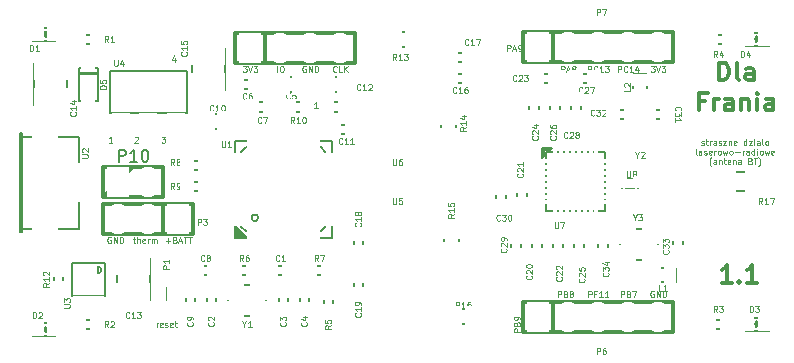
<source format=gbr>
%TF.GenerationSoftware,KiCad,Pcbnew,4.1.0-alpha+201607051515+6967~46~ubuntu15.10.1-product*%
%TF.CreationDate,2016-07-07T14:30:01+02:00*%
%TF.ProjectId,robot1,726F626F74312E6B696361645F706362,rev?*%
%TF.FileFunction,Legend,Top*%
%FSLAX46Y46*%
G04 Gerber Fmt 4.6, Leading zero omitted, Abs format (unit mm)*
G04 Created by KiCad (PCBNEW 4.1.0-alpha+201607051515+6967~46~ubuntu15.10.1-product) date Thu Jul  7 14:30:01 2016*
%MOMM*%
%LPD*%
G01*
G04 APERTURE LIST*
%ADD10C,0.100000*%
%ADD11C,0.050800*%
%ADD12C,0.300000*%
%ADD13C,0.127000*%
%ADD14C,0.150000*%
%ADD15C,0.304800*%
%ADD16C,0.149860*%
%ADD17C,0.200660*%
%ADD18C,0.203200*%
%ADD19C,0.050000*%
%ADD20R,1.400760X1.299160*%
%ADD21R,1.299160X1.400760*%
%ADD22R,1.700480X1.898600*%
%ADD23R,2.899360X2.350720*%
%ADD24R,1.197560X1.197560*%
%ADD25C,1.416000*%
%ADD26R,1.924000X2.599640*%
%ADD27O,1.924000X2.599640*%
%ADD28C,1.600000*%
%ADD29R,1.898600X1.700480*%
%ADD30R,2.000200X2.203400*%
%ADD31R,0.699720X1.700480*%
%ADD32R,1.700480X0.699720*%
%ADD33R,2.297380X2.297380*%
%ADD34R,1.748740X0.798780*%
%ADD35R,1.746200X0.798780*%
%ADD36C,1.197560*%
%ADD37R,0.650000X1.400000*%
%ADD38R,1.619200X2.635200*%
%ADD39R,4.000000X2.600000*%
%ADD40R,1.100000X0.650000*%
%ADD41R,0.650000X0.900000*%
%ADD42R,2.400000X1.300000*%
%ADD43R,0.985520X0.416560*%
%ADD44R,0.416560X0.985520*%
%ADD45R,1.861820X1.861820*%
%ADD46C,0.650000*%
%ADD47R,1.800000X1.600000*%
%ADD48R,1.500000X2.300000*%
%ADD49R,1.250900X1.250900*%
%ADD50R,1.035000X1.416000*%
%ADD51R,1.416000X1.035000*%
G04 APERTURE END LIST*
D10*
D11*
X197944619Y-125757819D02*
X197993000Y-125782009D01*
X198089761Y-125782009D01*
X198138142Y-125757819D01*
X198162333Y-125709438D01*
X198162333Y-125685247D01*
X198138142Y-125636866D01*
X198089761Y-125612676D01*
X198017190Y-125612676D01*
X197968809Y-125588485D01*
X197944619Y-125540104D01*
X197944619Y-125515914D01*
X197968809Y-125467533D01*
X198017190Y-125443342D01*
X198089761Y-125443342D01*
X198138142Y-125467533D01*
X198307476Y-125443342D02*
X198501000Y-125443342D01*
X198380047Y-125274009D02*
X198380047Y-125709438D01*
X198404238Y-125757819D01*
X198452619Y-125782009D01*
X198501000Y-125782009D01*
X198670333Y-125782009D02*
X198670333Y-125443342D01*
X198670333Y-125540104D02*
X198694523Y-125491723D01*
X198718714Y-125467533D01*
X198767095Y-125443342D01*
X198815476Y-125443342D01*
X199202523Y-125782009D02*
X199202523Y-125515914D01*
X199178333Y-125467533D01*
X199129952Y-125443342D01*
X199033190Y-125443342D01*
X198984809Y-125467533D01*
X199202523Y-125757819D02*
X199154142Y-125782009D01*
X199033190Y-125782009D01*
X198984809Y-125757819D01*
X198960619Y-125709438D01*
X198960619Y-125661057D01*
X198984809Y-125612676D01*
X199033190Y-125588485D01*
X199154142Y-125588485D01*
X199202523Y-125564295D01*
X199420238Y-125757819D02*
X199468619Y-125782009D01*
X199565380Y-125782009D01*
X199613761Y-125757819D01*
X199637952Y-125709438D01*
X199637952Y-125685247D01*
X199613761Y-125636866D01*
X199565380Y-125612676D01*
X199492809Y-125612676D01*
X199444428Y-125588485D01*
X199420238Y-125540104D01*
X199420238Y-125515914D01*
X199444428Y-125467533D01*
X199492809Y-125443342D01*
X199565380Y-125443342D01*
X199613761Y-125467533D01*
X199807285Y-125443342D02*
X200073380Y-125443342D01*
X199807285Y-125782009D01*
X200073380Y-125782009D01*
X200266904Y-125443342D02*
X200266904Y-125782009D01*
X200266904Y-125491723D02*
X200291095Y-125467533D01*
X200339476Y-125443342D01*
X200412047Y-125443342D01*
X200460428Y-125467533D01*
X200484619Y-125515914D01*
X200484619Y-125782009D01*
X200920047Y-125757819D02*
X200871666Y-125782009D01*
X200774904Y-125782009D01*
X200726523Y-125757819D01*
X200702333Y-125709438D01*
X200702333Y-125515914D01*
X200726523Y-125467533D01*
X200774904Y-125443342D01*
X200871666Y-125443342D01*
X200920047Y-125467533D01*
X200944238Y-125515914D01*
X200944238Y-125564295D01*
X200702333Y-125612676D01*
X201766714Y-125782009D02*
X201766714Y-125274009D01*
X201766714Y-125757819D02*
X201718333Y-125782009D01*
X201621571Y-125782009D01*
X201573190Y-125757819D01*
X201549000Y-125733628D01*
X201524809Y-125685247D01*
X201524809Y-125540104D01*
X201549000Y-125491723D01*
X201573190Y-125467533D01*
X201621571Y-125443342D01*
X201718333Y-125443342D01*
X201766714Y-125467533D01*
X201960238Y-125443342D02*
X202226333Y-125443342D01*
X201960238Y-125782009D01*
X202226333Y-125782009D01*
X202419857Y-125782009D02*
X202419857Y-125443342D01*
X202419857Y-125274009D02*
X202395666Y-125298200D01*
X202419857Y-125322390D01*
X202444047Y-125298200D01*
X202419857Y-125274009D01*
X202419857Y-125322390D01*
X202879476Y-125782009D02*
X202879476Y-125515914D01*
X202855285Y-125467533D01*
X202806904Y-125443342D01*
X202710142Y-125443342D01*
X202661761Y-125467533D01*
X202879476Y-125757819D02*
X202831095Y-125782009D01*
X202710142Y-125782009D01*
X202661761Y-125757819D01*
X202637571Y-125709438D01*
X202637571Y-125661057D01*
X202661761Y-125612676D01*
X202710142Y-125588485D01*
X202831095Y-125588485D01*
X202879476Y-125564295D01*
X203193952Y-125782009D02*
X203145571Y-125757819D01*
X203121380Y-125709438D01*
X203121380Y-125274009D01*
X203048809Y-125540104D02*
X203193952Y-125443342D01*
X203460047Y-125782009D02*
X203411666Y-125757819D01*
X203387476Y-125733628D01*
X203363285Y-125685247D01*
X203363285Y-125540104D01*
X203387476Y-125491723D01*
X203411666Y-125467533D01*
X203460047Y-125443342D01*
X203532619Y-125443342D01*
X203581000Y-125467533D01*
X203605190Y-125491723D01*
X203629380Y-125540104D01*
X203629380Y-125685247D01*
X203605190Y-125733628D01*
X203581000Y-125757819D01*
X203532619Y-125782009D01*
X203460047Y-125782009D01*
X197545476Y-126594809D02*
X197497095Y-126570619D01*
X197472904Y-126522238D01*
X197472904Y-126086809D01*
X197956714Y-126594809D02*
X197956714Y-126328714D01*
X197932523Y-126280333D01*
X197884142Y-126256142D01*
X197787380Y-126256142D01*
X197739000Y-126280333D01*
X197956714Y-126570619D02*
X197908333Y-126594809D01*
X197787380Y-126594809D01*
X197739000Y-126570619D01*
X197714809Y-126522238D01*
X197714809Y-126473857D01*
X197739000Y-126425476D01*
X197787380Y-126401285D01*
X197908333Y-126401285D01*
X197956714Y-126377095D01*
X198174428Y-126570619D02*
X198222809Y-126594809D01*
X198319571Y-126594809D01*
X198367952Y-126570619D01*
X198392142Y-126522238D01*
X198392142Y-126498047D01*
X198367952Y-126449666D01*
X198319571Y-126425476D01*
X198247000Y-126425476D01*
X198198619Y-126401285D01*
X198174428Y-126352904D01*
X198174428Y-126328714D01*
X198198619Y-126280333D01*
X198247000Y-126256142D01*
X198319571Y-126256142D01*
X198367952Y-126280333D01*
X198803380Y-126570619D02*
X198755000Y-126594809D01*
X198658238Y-126594809D01*
X198609857Y-126570619D01*
X198585666Y-126522238D01*
X198585666Y-126328714D01*
X198609857Y-126280333D01*
X198658238Y-126256142D01*
X198755000Y-126256142D01*
X198803380Y-126280333D01*
X198827571Y-126328714D01*
X198827571Y-126377095D01*
X198585666Y-126425476D01*
X199045285Y-126594809D02*
X199045285Y-126256142D01*
X199045285Y-126352904D02*
X199069476Y-126304523D01*
X199093666Y-126280333D01*
X199142047Y-126256142D01*
X199190428Y-126256142D01*
X199432333Y-126594809D02*
X199383952Y-126570619D01*
X199359761Y-126546428D01*
X199335571Y-126498047D01*
X199335571Y-126352904D01*
X199359761Y-126304523D01*
X199383952Y-126280333D01*
X199432333Y-126256142D01*
X199504904Y-126256142D01*
X199553285Y-126280333D01*
X199577476Y-126304523D01*
X199601666Y-126352904D01*
X199601666Y-126498047D01*
X199577476Y-126546428D01*
X199553285Y-126570619D01*
X199504904Y-126594809D01*
X199432333Y-126594809D01*
X199771000Y-126256142D02*
X199867761Y-126594809D01*
X199964523Y-126352904D01*
X200061285Y-126594809D01*
X200158047Y-126256142D01*
X200424142Y-126594809D02*
X200375761Y-126570619D01*
X200351571Y-126546428D01*
X200327380Y-126498047D01*
X200327380Y-126352904D01*
X200351571Y-126304523D01*
X200375761Y-126280333D01*
X200424142Y-126256142D01*
X200496714Y-126256142D01*
X200545095Y-126280333D01*
X200569285Y-126304523D01*
X200593476Y-126352904D01*
X200593476Y-126498047D01*
X200569285Y-126546428D01*
X200545095Y-126570619D01*
X200496714Y-126594809D01*
X200424142Y-126594809D01*
X200811190Y-126401285D02*
X201198238Y-126401285D01*
X201440142Y-126594809D02*
X201440142Y-126256142D01*
X201440142Y-126352904D02*
X201464333Y-126304523D01*
X201488523Y-126280333D01*
X201536904Y-126256142D01*
X201585285Y-126256142D01*
X201972333Y-126594809D02*
X201972333Y-126328714D01*
X201948142Y-126280333D01*
X201899761Y-126256142D01*
X201803000Y-126256142D01*
X201754619Y-126280333D01*
X201972333Y-126570619D02*
X201923952Y-126594809D01*
X201803000Y-126594809D01*
X201754619Y-126570619D01*
X201730428Y-126522238D01*
X201730428Y-126473857D01*
X201754619Y-126425476D01*
X201803000Y-126401285D01*
X201923952Y-126401285D01*
X201972333Y-126377095D01*
X202431952Y-126594809D02*
X202431952Y-126086809D01*
X202431952Y-126570619D02*
X202383571Y-126594809D01*
X202286809Y-126594809D01*
X202238428Y-126570619D01*
X202214238Y-126546428D01*
X202190047Y-126498047D01*
X202190047Y-126352904D01*
X202214238Y-126304523D01*
X202238428Y-126280333D01*
X202286809Y-126256142D01*
X202383571Y-126256142D01*
X202431952Y-126280333D01*
X202673857Y-126594809D02*
X202673857Y-126256142D01*
X202673857Y-126086809D02*
X202649666Y-126111000D01*
X202673857Y-126135190D01*
X202698047Y-126111000D01*
X202673857Y-126086809D01*
X202673857Y-126135190D01*
X202988333Y-126594809D02*
X202939952Y-126570619D01*
X202915761Y-126546428D01*
X202891571Y-126498047D01*
X202891571Y-126352904D01*
X202915761Y-126304523D01*
X202939952Y-126280333D01*
X202988333Y-126256142D01*
X203060904Y-126256142D01*
X203109285Y-126280333D01*
X203133476Y-126304523D01*
X203157666Y-126352904D01*
X203157666Y-126498047D01*
X203133476Y-126546428D01*
X203109285Y-126570619D01*
X203060904Y-126594809D01*
X202988333Y-126594809D01*
X203327000Y-126256142D02*
X203423761Y-126594809D01*
X203520523Y-126352904D01*
X203617285Y-126594809D01*
X203714047Y-126256142D01*
X204101095Y-126570619D02*
X204052714Y-126594809D01*
X203955952Y-126594809D01*
X203907571Y-126570619D01*
X203883380Y-126522238D01*
X203883380Y-126328714D01*
X203907571Y-126280333D01*
X203955952Y-126256142D01*
X204052714Y-126256142D01*
X204101095Y-126280333D01*
X204125285Y-126328714D01*
X204125285Y-126377095D01*
X203883380Y-126425476D01*
X198791285Y-127601133D02*
X198767095Y-127576942D01*
X198718714Y-127504371D01*
X198694523Y-127455990D01*
X198670333Y-127383419D01*
X198646142Y-127262466D01*
X198646142Y-127165704D01*
X198670333Y-127044752D01*
X198694523Y-126972180D01*
X198718714Y-126923800D01*
X198767095Y-126851228D01*
X198791285Y-126827038D01*
X199202523Y-127407609D02*
X199202523Y-127141514D01*
X199178333Y-127093133D01*
X199129952Y-127068942D01*
X199033190Y-127068942D01*
X198984809Y-127093133D01*
X199202523Y-127383419D02*
X199154142Y-127407609D01*
X199033190Y-127407609D01*
X198984809Y-127383419D01*
X198960619Y-127335038D01*
X198960619Y-127286657D01*
X198984809Y-127238276D01*
X199033190Y-127214085D01*
X199154142Y-127214085D01*
X199202523Y-127189895D01*
X199444428Y-127068942D02*
X199444428Y-127407609D01*
X199444428Y-127117323D02*
X199468619Y-127093133D01*
X199517000Y-127068942D01*
X199589571Y-127068942D01*
X199637952Y-127093133D01*
X199662142Y-127141514D01*
X199662142Y-127407609D01*
X199831476Y-127068942D02*
X200025000Y-127068942D01*
X199904047Y-126899609D02*
X199904047Y-127335038D01*
X199928238Y-127383419D01*
X199976619Y-127407609D01*
X200025000Y-127407609D01*
X200387857Y-127383419D02*
X200339476Y-127407609D01*
X200242714Y-127407609D01*
X200194333Y-127383419D01*
X200170142Y-127335038D01*
X200170142Y-127141514D01*
X200194333Y-127093133D01*
X200242714Y-127068942D01*
X200339476Y-127068942D01*
X200387857Y-127093133D01*
X200412047Y-127141514D01*
X200412047Y-127189895D01*
X200170142Y-127238276D01*
X200629761Y-127068942D02*
X200629761Y-127407609D01*
X200629761Y-127117323D02*
X200653952Y-127093133D01*
X200702333Y-127068942D01*
X200774904Y-127068942D01*
X200823285Y-127093133D01*
X200847476Y-127141514D01*
X200847476Y-127407609D01*
X201307095Y-127407609D02*
X201307095Y-127141514D01*
X201282904Y-127093133D01*
X201234523Y-127068942D01*
X201137761Y-127068942D01*
X201089380Y-127093133D01*
X201307095Y-127383419D02*
X201258714Y-127407609D01*
X201137761Y-127407609D01*
X201089380Y-127383419D01*
X201065190Y-127335038D01*
X201065190Y-127286657D01*
X201089380Y-127238276D01*
X201137761Y-127214085D01*
X201258714Y-127214085D01*
X201307095Y-127189895D01*
X202105380Y-127141514D02*
X202177952Y-127165704D01*
X202202142Y-127189895D01*
X202226333Y-127238276D01*
X202226333Y-127310847D01*
X202202142Y-127359228D01*
X202177952Y-127383419D01*
X202129571Y-127407609D01*
X201936047Y-127407609D01*
X201936047Y-126899609D01*
X202105380Y-126899609D01*
X202153761Y-126923800D01*
X202177952Y-126947990D01*
X202202142Y-126996371D01*
X202202142Y-127044752D01*
X202177952Y-127093133D01*
X202153761Y-127117323D01*
X202105380Y-127141514D01*
X201936047Y-127141514D01*
X202371476Y-126899609D02*
X202661761Y-126899609D01*
X202516619Y-127407609D02*
X202516619Y-126899609D01*
X202782714Y-127601133D02*
X202806904Y-127576942D01*
X202855285Y-127504371D01*
X202879476Y-127455990D01*
X202903666Y-127383419D01*
X202927857Y-127262466D01*
X202927857Y-127165704D01*
X202903666Y-127044752D01*
X202879476Y-126972180D01*
X202855285Y-126923800D01*
X202806904Y-126851228D01*
X202782714Y-126827038D01*
D12*
X200525142Y-137457571D02*
X199668000Y-137457571D01*
X200096571Y-137457571D02*
X200096571Y-135957571D01*
X199953714Y-136171857D01*
X199810857Y-136314714D01*
X199668000Y-136386142D01*
X201168000Y-137314714D02*
X201239428Y-137386142D01*
X201168000Y-137457571D01*
X201096571Y-137386142D01*
X201168000Y-137314714D01*
X201168000Y-137457571D01*
X202668000Y-137457571D02*
X201810857Y-137457571D01*
X202239428Y-137457571D02*
X202239428Y-135957571D01*
X202096571Y-136171857D01*
X201953714Y-136314714D01*
X201810857Y-136386142D01*
X199449714Y-120307571D02*
X199449714Y-118807571D01*
X199806857Y-118807571D01*
X200021142Y-118879000D01*
X200164000Y-119021857D01*
X200235428Y-119164714D01*
X200306857Y-119450428D01*
X200306857Y-119664714D01*
X200235428Y-119950428D01*
X200164000Y-120093285D01*
X200021142Y-120236142D01*
X199806857Y-120307571D01*
X199449714Y-120307571D01*
X201164000Y-120307571D02*
X201021142Y-120236142D01*
X200949714Y-120093285D01*
X200949714Y-118807571D01*
X202378285Y-120307571D02*
X202378285Y-119521857D01*
X202306857Y-119379000D01*
X202164000Y-119307571D01*
X201878285Y-119307571D01*
X201735428Y-119379000D01*
X202378285Y-120236142D02*
X202235428Y-120307571D01*
X201878285Y-120307571D01*
X201735428Y-120236142D01*
X201664000Y-120093285D01*
X201664000Y-119950428D01*
X201735428Y-119807571D01*
X201878285Y-119736142D01*
X202235428Y-119736142D01*
X202378285Y-119664714D01*
X198271142Y-122071857D02*
X197771142Y-122071857D01*
X197771142Y-122857571D02*
X197771142Y-121357571D01*
X198485428Y-121357571D01*
X199056857Y-122857571D02*
X199056857Y-121857571D01*
X199056857Y-122143285D02*
X199128285Y-122000428D01*
X199199714Y-121929000D01*
X199342571Y-121857571D01*
X199485428Y-121857571D01*
X200628285Y-122857571D02*
X200628285Y-122071857D01*
X200556857Y-121929000D01*
X200414000Y-121857571D01*
X200128285Y-121857571D01*
X199985428Y-121929000D01*
X200628285Y-122786142D02*
X200485428Y-122857571D01*
X200128285Y-122857571D01*
X199985428Y-122786142D01*
X199914000Y-122643285D01*
X199914000Y-122500428D01*
X199985428Y-122357571D01*
X200128285Y-122286142D01*
X200485428Y-122286142D01*
X200628285Y-122214714D01*
X201342571Y-121857571D02*
X201342571Y-122857571D01*
X201342571Y-122000428D02*
X201414000Y-121929000D01*
X201556857Y-121857571D01*
X201771142Y-121857571D01*
X201914000Y-121929000D01*
X201985428Y-122071857D01*
X201985428Y-122857571D01*
X202699714Y-122857571D02*
X202699714Y-121857571D01*
X202699714Y-121357571D02*
X202628285Y-121429000D01*
X202699714Y-121500428D01*
X202771142Y-121429000D01*
X202699714Y-121357571D01*
X202699714Y-121500428D01*
X204056857Y-122857571D02*
X204056857Y-122071857D01*
X203985428Y-121929000D01*
X203842571Y-121857571D01*
X203556857Y-121857571D01*
X203414000Y-121929000D01*
X204056857Y-122786142D02*
X203914000Y-122857571D01*
X203556857Y-122857571D01*
X203414000Y-122786142D01*
X203342571Y-122643285D01*
X203342571Y-122500428D01*
X203414000Y-122357571D01*
X203556857Y-122286142D01*
X203914000Y-122286142D01*
X204056857Y-122214714D01*
D11*
X193681047Y-119101809D02*
X193995523Y-119101809D01*
X193826190Y-119295333D01*
X193898761Y-119295333D01*
X193947142Y-119319523D01*
X193971333Y-119343714D01*
X193995523Y-119392095D01*
X193995523Y-119513047D01*
X193971333Y-119561428D01*
X193947142Y-119585619D01*
X193898761Y-119609809D01*
X193753619Y-119609809D01*
X193705238Y-119585619D01*
X193681047Y-119561428D01*
X194140666Y-119101809D02*
X194310000Y-119609809D01*
X194479333Y-119101809D01*
X194600285Y-119101809D02*
X194914761Y-119101809D01*
X194745428Y-119295333D01*
X194818000Y-119295333D01*
X194866380Y-119319523D01*
X194890571Y-119343714D01*
X194914761Y-119392095D01*
X194914761Y-119513047D01*
X194890571Y-119561428D01*
X194866380Y-119585619D01*
X194818000Y-119609809D01*
X194672857Y-119609809D01*
X194624476Y-119585619D01*
X194600285Y-119561428D01*
X190899142Y-119609809D02*
X190899142Y-119101809D01*
X191092666Y-119101809D01*
X191141047Y-119126000D01*
X191165238Y-119150190D01*
X191189428Y-119198571D01*
X191189428Y-119271142D01*
X191165238Y-119319523D01*
X191141047Y-119343714D01*
X191092666Y-119367904D01*
X190899142Y-119367904D01*
X191697428Y-119561428D02*
X191673238Y-119585619D01*
X191600666Y-119609809D01*
X191552285Y-119609809D01*
X191479714Y-119585619D01*
X191431333Y-119537238D01*
X191407142Y-119488857D01*
X191382952Y-119392095D01*
X191382952Y-119319523D01*
X191407142Y-119222761D01*
X191431333Y-119174380D01*
X191479714Y-119126000D01*
X191552285Y-119101809D01*
X191600666Y-119101809D01*
X191673238Y-119126000D01*
X191697428Y-119150190D01*
X192181238Y-119609809D02*
X191890952Y-119609809D01*
X192036095Y-119609809D02*
X192036095Y-119101809D01*
X191987714Y-119174380D01*
X191939333Y-119222761D01*
X191890952Y-119246952D01*
X192616666Y-119271142D02*
X192616666Y-119609809D01*
X192495714Y-119077619D02*
X192374761Y-119440476D01*
X192689238Y-119440476D01*
X188359142Y-119609809D02*
X188359142Y-119101809D01*
X188552666Y-119101809D01*
X188601047Y-119126000D01*
X188625238Y-119150190D01*
X188649428Y-119198571D01*
X188649428Y-119271142D01*
X188625238Y-119319523D01*
X188601047Y-119343714D01*
X188552666Y-119367904D01*
X188359142Y-119367904D01*
X189157428Y-119561428D02*
X189133238Y-119585619D01*
X189060666Y-119609809D01*
X189012285Y-119609809D01*
X188939714Y-119585619D01*
X188891333Y-119537238D01*
X188867142Y-119488857D01*
X188842952Y-119392095D01*
X188842952Y-119319523D01*
X188867142Y-119222761D01*
X188891333Y-119174380D01*
X188939714Y-119126000D01*
X189012285Y-119101809D01*
X189060666Y-119101809D01*
X189133238Y-119126000D01*
X189157428Y-119150190D01*
X189641238Y-119609809D02*
X189350952Y-119609809D01*
X189496095Y-119609809D02*
X189496095Y-119101809D01*
X189447714Y-119174380D01*
X189399333Y-119222761D01*
X189350952Y-119246952D01*
X189810571Y-119101809D02*
X190125047Y-119101809D01*
X189955714Y-119295333D01*
X190028285Y-119295333D01*
X190076666Y-119319523D01*
X190100857Y-119343714D01*
X190125047Y-119392095D01*
X190125047Y-119513047D01*
X190100857Y-119561428D01*
X190076666Y-119585619D01*
X190028285Y-119609809D01*
X189883142Y-119609809D01*
X189834761Y-119585619D01*
X189810571Y-119561428D01*
X186097333Y-119609809D02*
X186097333Y-119101809D01*
X186290857Y-119101809D01*
X186339238Y-119126000D01*
X186363428Y-119150190D01*
X186387619Y-119198571D01*
X186387619Y-119271142D01*
X186363428Y-119319523D01*
X186339238Y-119343714D01*
X186290857Y-119367904D01*
X186097333Y-119367904D01*
X186581142Y-119464666D02*
X186823047Y-119464666D01*
X186532761Y-119609809D02*
X186702095Y-119101809D01*
X186871428Y-119609809D01*
X187113333Y-119319523D02*
X187064952Y-119295333D01*
X187040761Y-119271142D01*
X187016571Y-119222761D01*
X187016571Y-119198571D01*
X187040761Y-119150190D01*
X187064952Y-119126000D01*
X187113333Y-119101809D01*
X187210095Y-119101809D01*
X187258476Y-119126000D01*
X187282666Y-119150190D01*
X187306857Y-119198571D01*
X187306857Y-119222761D01*
X187282666Y-119271142D01*
X187258476Y-119295333D01*
X187210095Y-119319523D01*
X187113333Y-119319523D01*
X187064952Y-119343714D01*
X187040761Y-119367904D01*
X187016571Y-119416285D01*
X187016571Y-119513047D01*
X187040761Y-119561428D01*
X187064952Y-119585619D01*
X187113333Y-119609809D01*
X187210095Y-119609809D01*
X187258476Y-119585619D01*
X187282666Y-119561428D01*
X187306857Y-119513047D01*
X187306857Y-119416285D01*
X187282666Y-119367904D01*
X187258476Y-119343714D01*
X187210095Y-119319523D01*
X181525333Y-117831809D02*
X181525333Y-117323809D01*
X181718857Y-117323809D01*
X181767238Y-117348000D01*
X181791428Y-117372190D01*
X181815619Y-117420571D01*
X181815619Y-117493142D01*
X181791428Y-117541523D01*
X181767238Y-117565714D01*
X181718857Y-117589904D01*
X181525333Y-117589904D01*
X182009142Y-117686666D02*
X182251047Y-117686666D01*
X181960761Y-117831809D02*
X182130095Y-117323809D01*
X182299428Y-117831809D01*
X182492952Y-117831809D02*
X182589714Y-117831809D01*
X182638095Y-117807619D01*
X182662285Y-117783428D01*
X182710666Y-117710857D01*
X182734857Y-117614095D01*
X182734857Y-117420571D01*
X182710666Y-117372190D01*
X182686476Y-117348000D01*
X182638095Y-117323809D01*
X182541333Y-117323809D01*
X182492952Y-117348000D01*
X182468761Y-117372190D01*
X182444571Y-117420571D01*
X182444571Y-117541523D01*
X182468761Y-117589904D01*
X182492952Y-117614095D01*
X182541333Y-117638285D01*
X182638095Y-117638285D01*
X182686476Y-117614095D01*
X182710666Y-117589904D01*
X182734857Y-117541523D01*
X193922952Y-138176000D02*
X193874571Y-138151809D01*
X193802000Y-138151809D01*
X193729428Y-138176000D01*
X193681047Y-138224380D01*
X193656857Y-138272761D01*
X193632666Y-138369523D01*
X193632666Y-138442095D01*
X193656857Y-138538857D01*
X193681047Y-138587238D01*
X193729428Y-138635619D01*
X193802000Y-138659809D01*
X193850380Y-138659809D01*
X193922952Y-138635619D01*
X193947142Y-138611428D01*
X193947142Y-138442095D01*
X193850380Y-138442095D01*
X194164857Y-138659809D02*
X194164857Y-138151809D01*
X194455142Y-138659809D01*
X194455142Y-138151809D01*
X194697047Y-138659809D02*
X194697047Y-138151809D01*
X194818000Y-138151809D01*
X194890571Y-138176000D01*
X194938952Y-138224380D01*
X194963142Y-138272761D01*
X194987333Y-138369523D01*
X194987333Y-138442095D01*
X194963142Y-138538857D01*
X194938952Y-138587238D01*
X194890571Y-138635619D01*
X194818000Y-138659809D01*
X194697047Y-138659809D01*
X191141047Y-138659809D02*
X191141047Y-138151809D01*
X191334571Y-138151809D01*
X191382952Y-138176000D01*
X191407142Y-138200190D01*
X191431333Y-138248571D01*
X191431333Y-138321142D01*
X191407142Y-138369523D01*
X191382952Y-138393714D01*
X191334571Y-138417904D01*
X191141047Y-138417904D01*
X191818380Y-138393714D02*
X191890952Y-138417904D01*
X191915142Y-138442095D01*
X191939333Y-138490476D01*
X191939333Y-138563047D01*
X191915142Y-138611428D01*
X191890952Y-138635619D01*
X191842571Y-138659809D01*
X191649047Y-138659809D01*
X191649047Y-138151809D01*
X191818380Y-138151809D01*
X191866761Y-138176000D01*
X191890952Y-138200190D01*
X191915142Y-138248571D01*
X191915142Y-138296952D01*
X191890952Y-138345333D01*
X191866761Y-138369523D01*
X191818380Y-138393714D01*
X191649047Y-138393714D01*
X192108666Y-138151809D02*
X192447333Y-138151809D01*
X192229619Y-138659809D01*
X188395428Y-138659809D02*
X188395428Y-138151809D01*
X188588952Y-138151809D01*
X188637333Y-138176000D01*
X188661523Y-138200190D01*
X188685714Y-138248571D01*
X188685714Y-138321142D01*
X188661523Y-138369523D01*
X188637333Y-138393714D01*
X188588952Y-138417904D01*
X188395428Y-138417904D01*
X189072761Y-138393714D02*
X188903428Y-138393714D01*
X188903428Y-138659809D02*
X188903428Y-138151809D01*
X189145333Y-138151809D01*
X189604952Y-138659809D02*
X189314666Y-138659809D01*
X189459809Y-138659809D02*
X189459809Y-138151809D01*
X189411428Y-138224380D01*
X189363047Y-138272761D01*
X189314666Y-138296952D01*
X190088761Y-138659809D02*
X189798476Y-138659809D01*
X189943619Y-138659809D02*
X189943619Y-138151809D01*
X189895238Y-138224380D01*
X189846857Y-138272761D01*
X189798476Y-138296952D01*
X185807047Y-138659809D02*
X185807047Y-138151809D01*
X186000571Y-138151809D01*
X186048952Y-138176000D01*
X186073142Y-138200190D01*
X186097333Y-138248571D01*
X186097333Y-138321142D01*
X186073142Y-138369523D01*
X186048952Y-138393714D01*
X186000571Y-138417904D01*
X185807047Y-138417904D01*
X186484380Y-138393714D02*
X186556952Y-138417904D01*
X186581142Y-138442095D01*
X186605333Y-138490476D01*
X186605333Y-138563047D01*
X186581142Y-138611428D01*
X186556952Y-138635619D01*
X186508571Y-138659809D01*
X186315047Y-138659809D01*
X186315047Y-138151809D01*
X186484380Y-138151809D01*
X186532761Y-138176000D01*
X186556952Y-138200190D01*
X186581142Y-138248571D01*
X186581142Y-138296952D01*
X186556952Y-138345333D01*
X186532761Y-138369523D01*
X186484380Y-138393714D01*
X186315047Y-138393714D01*
X186895619Y-138369523D02*
X186847238Y-138345333D01*
X186823047Y-138321142D01*
X186798857Y-138272761D01*
X186798857Y-138248571D01*
X186823047Y-138200190D01*
X186847238Y-138176000D01*
X186895619Y-138151809D01*
X186992380Y-138151809D01*
X187040761Y-138176000D01*
X187064952Y-138200190D01*
X187089142Y-138248571D01*
X187089142Y-138272761D01*
X187064952Y-138321142D01*
X187040761Y-138345333D01*
X186992380Y-138369523D01*
X186895619Y-138369523D01*
X186847238Y-138393714D01*
X186823047Y-138417904D01*
X186798857Y-138466285D01*
X186798857Y-138563047D01*
X186823047Y-138611428D01*
X186847238Y-138635619D01*
X186895619Y-138659809D01*
X186992380Y-138659809D01*
X187040761Y-138635619D01*
X187064952Y-138611428D01*
X187089142Y-138563047D01*
X187089142Y-138466285D01*
X187064952Y-138417904D01*
X187040761Y-138393714D01*
X186992380Y-138369523D01*
X182601809Y-141598952D02*
X182093809Y-141598952D01*
X182093809Y-141405428D01*
X182118000Y-141357047D01*
X182142190Y-141332857D01*
X182190571Y-141308666D01*
X182263142Y-141308666D01*
X182311523Y-141332857D01*
X182335714Y-141357047D01*
X182359904Y-141405428D01*
X182359904Y-141598952D01*
X182335714Y-140921619D02*
X182359904Y-140849047D01*
X182384095Y-140824857D01*
X182432476Y-140800666D01*
X182505047Y-140800666D01*
X182553428Y-140824857D01*
X182577619Y-140849047D01*
X182601809Y-140897428D01*
X182601809Y-141090952D01*
X182093809Y-141090952D01*
X182093809Y-140921619D01*
X182118000Y-140873238D01*
X182142190Y-140849047D01*
X182190571Y-140824857D01*
X182238952Y-140824857D01*
X182287333Y-140849047D01*
X182311523Y-140873238D01*
X182335714Y-140921619D01*
X182335714Y-141090952D01*
X182601809Y-140558761D02*
X182601809Y-140462000D01*
X182577619Y-140413619D01*
X182553428Y-140389428D01*
X182480857Y-140341047D01*
X182384095Y-140316857D01*
X182190571Y-140316857D01*
X182142190Y-140341047D01*
X182118000Y-140365238D01*
X182093809Y-140413619D01*
X182093809Y-140510380D01*
X182118000Y-140558761D01*
X182142190Y-140582952D01*
X182190571Y-140607142D01*
X182311523Y-140607142D01*
X182359904Y-140582952D01*
X182384095Y-140558761D01*
X182408285Y-140510380D01*
X182408285Y-140413619D01*
X182384095Y-140365238D01*
X182359904Y-140341047D01*
X182311523Y-140316857D01*
X159137047Y-119101809D02*
X159451523Y-119101809D01*
X159282190Y-119295333D01*
X159354761Y-119295333D01*
X159403142Y-119319523D01*
X159427333Y-119343714D01*
X159451523Y-119392095D01*
X159451523Y-119513047D01*
X159427333Y-119561428D01*
X159403142Y-119585619D01*
X159354761Y-119609809D01*
X159209619Y-119609809D01*
X159161238Y-119585619D01*
X159137047Y-119561428D01*
X159596666Y-119101809D02*
X159766000Y-119609809D01*
X159935333Y-119101809D01*
X160056285Y-119101809D02*
X160370761Y-119101809D01*
X160201428Y-119295333D01*
X160274000Y-119295333D01*
X160322380Y-119319523D01*
X160346571Y-119343714D01*
X160370761Y-119392095D01*
X160370761Y-119513047D01*
X160346571Y-119561428D01*
X160322380Y-119585619D01*
X160274000Y-119609809D01*
X160128857Y-119609809D01*
X160080476Y-119585619D01*
X160056285Y-119561428D01*
X162039904Y-119609809D02*
X162039904Y-119101809D01*
X162378571Y-119101809D02*
X162475333Y-119101809D01*
X162523714Y-119126000D01*
X162572095Y-119174380D01*
X162596285Y-119271142D01*
X162596285Y-119440476D01*
X162572095Y-119537238D01*
X162523714Y-119585619D01*
X162475333Y-119609809D01*
X162378571Y-119609809D01*
X162330190Y-119585619D01*
X162281809Y-119537238D01*
X162257619Y-119440476D01*
X162257619Y-119271142D01*
X162281809Y-119174380D01*
X162330190Y-119126000D01*
X162378571Y-119101809D01*
X164458952Y-119126000D02*
X164410571Y-119101809D01*
X164338000Y-119101809D01*
X164265428Y-119126000D01*
X164217047Y-119174380D01*
X164192857Y-119222761D01*
X164168666Y-119319523D01*
X164168666Y-119392095D01*
X164192857Y-119488857D01*
X164217047Y-119537238D01*
X164265428Y-119585619D01*
X164338000Y-119609809D01*
X164386380Y-119609809D01*
X164458952Y-119585619D01*
X164483142Y-119561428D01*
X164483142Y-119392095D01*
X164386380Y-119392095D01*
X164700857Y-119609809D02*
X164700857Y-119101809D01*
X164991142Y-119609809D01*
X164991142Y-119101809D01*
X165233047Y-119609809D02*
X165233047Y-119101809D01*
X165354000Y-119101809D01*
X165426571Y-119126000D01*
X165474952Y-119174380D01*
X165499142Y-119222761D01*
X165523333Y-119319523D01*
X165523333Y-119392095D01*
X165499142Y-119488857D01*
X165474952Y-119537238D01*
X165426571Y-119585619D01*
X165354000Y-119609809D01*
X165233047Y-119609809D01*
X167083619Y-119561428D02*
X167059428Y-119585619D01*
X166986857Y-119609809D01*
X166938476Y-119609809D01*
X166865904Y-119585619D01*
X166817523Y-119537238D01*
X166793333Y-119488857D01*
X166769142Y-119392095D01*
X166769142Y-119319523D01*
X166793333Y-119222761D01*
X166817523Y-119174380D01*
X166865904Y-119126000D01*
X166938476Y-119101809D01*
X166986857Y-119101809D01*
X167059428Y-119126000D01*
X167083619Y-119150190D01*
X167543238Y-119609809D02*
X167301333Y-119609809D01*
X167301333Y-119101809D01*
X167712571Y-119609809D02*
X167712571Y-119101809D01*
X168002857Y-119609809D02*
X167785142Y-119319523D01*
X168002857Y-119101809D02*
X167712571Y-119392095D01*
X149835809Y-133749142D02*
X150029333Y-133749142D01*
X149908380Y-133579809D02*
X149908380Y-134015238D01*
X149932571Y-134063619D01*
X149980952Y-134087809D01*
X150029333Y-134087809D01*
X150198666Y-134087809D02*
X150198666Y-133579809D01*
X150416380Y-134087809D02*
X150416380Y-133821714D01*
X150392190Y-133773333D01*
X150343809Y-133749142D01*
X150271238Y-133749142D01*
X150222857Y-133773333D01*
X150198666Y-133797523D01*
X150851809Y-134063619D02*
X150803428Y-134087809D01*
X150706666Y-134087809D01*
X150658285Y-134063619D01*
X150634095Y-134015238D01*
X150634095Y-133821714D01*
X150658285Y-133773333D01*
X150706666Y-133749142D01*
X150803428Y-133749142D01*
X150851809Y-133773333D01*
X150876000Y-133821714D01*
X150876000Y-133870095D01*
X150634095Y-133918476D01*
X151093714Y-134087809D02*
X151093714Y-133749142D01*
X151093714Y-133845904D02*
X151117904Y-133797523D01*
X151142095Y-133773333D01*
X151190476Y-133749142D01*
X151238857Y-133749142D01*
X151408190Y-134087809D02*
X151408190Y-133749142D01*
X151408190Y-133797523D02*
X151432380Y-133773333D01*
X151480761Y-133749142D01*
X151553333Y-133749142D01*
X151601714Y-133773333D01*
X151625904Y-133821714D01*
X151625904Y-134087809D01*
X151625904Y-133821714D02*
X151650095Y-133773333D01*
X151698476Y-133749142D01*
X151771047Y-133749142D01*
X151819428Y-133773333D01*
X151843619Y-133821714D01*
X151843619Y-134087809D01*
X147948952Y-133604000D02*
X147900571Y-133579809D01*
X147828000Y-133579809D01*
X147755428Y-133604000D01*
X147707047Y-133652380D01*
X147682857Y-133700761D01*
X147658666Y-133797523D01*
X147658666Y-133870095D01*
X147682857Y-133966857D01*
X147707047Y-134015238D01*
X147755428Y-134063619D01*
X147828000Y-134087809D01*
X147876380Y-134087809D01*
X147948952Y-134063619D01*
X147973142Y-134039428D01*
X147973142Y-133870095D01*
X147876380Y-133870095D01*
X148190857Y-134087809D02*
X148190857Y-133579809D01*
X148481142Y-134087809D01*
X148481142Y-133579809D01*
X148723047Y-134087809D02*
X148723047Y-133579809D01*
X148844000Y-133579809D01*
X148916571Y-133604000D01*
X148964952Y-133652380D01*
X148989142Y-133700761D01*
X149013333Y-133797523D01*
X149013333Y-133870095D01*
X148989142Y-133966857D01*
X148964952Y-134015238D01*
X148916571Y-134063619D01*
X148844000Y-134087809D01*
X148723047Y-134087809D01*
X152617714Y-133894285D02*
X153004761Y-133894285D01*
X152811238Y-134087809D02*
X152811238Y-133700761D01*
X153416000Y-133821714D02*
X153488571Y-133845904D01*
X153512761Y-133870095D01*
X153536952Y-133918476D01*
X153536952Y-133991047D01*
X153512761Y-134039428D01*
X153488571Y-134063619D01*
X153440190Y-134087809D01*
X153246666Y-134087809D01*
X153246666Y-133579809D01*
X153416000Y-133579809D01*
X153464380Y-133604000D01*
X153488571Y-133628190D01*
X153512761Y-133676571D01*
X153512761Y-133724952D01*
X153488571Y-133773333D01*
X153464380Y-133797523D01*
X153416000Y-133821714D01*
X153246666Y-133821714D01*
X153730476Y-133942666D02*
X153972380Y-133942666D01*
X153682095Y-134087809D02*
X153851428Y-133579809D01*
X154020761Y-134087809D01*
X154117523Y-133579809D02*
X154407809Y-133579809D01*
X154262666Y-134087809D02*
X154262666Y-133579809D01*
X154504571Y-133579809D02*
X154794857Y-133579809D01*
X154649714Y-134087809D02*
X154649714Y-133579809D01*
X151831523Y-141199809D02*
X151831523Y-140861142D01*
X151831523Y-140957904D02*
X151855714Y-140909523D01*
X151879904Y-140885333D01*
X151928285Y-140861142D01*
X151976666Y-140861142D01*
X152339523Y-141175619D02*
X152291142Y-141199809D01*
X152194380Y-141199809D01*
X152146000Y-141175619D01*
X152121809Y-141127238D01*
X152121809Y-140933714D01*
X152146000Y-140885333D01*
X152194380Y-140861142D01*
X152291142Y-140861142D01*
X152339523Y-140885333D01*
X152363714Y-140933714D01*
X152363714Y-140982095D01*
X152121809Y-141030476D01*
X152557238Y-141175619D02*
X152605619Y-141199809D01*
X152702380Y-141199809D01*
X152750761Y-141175619D01*
X152774952Y-141127238D01*
X152774952Y-141103047D01*
X152750761Y-141054666D01*
X152702380Y-141030476D01*
X152629809Y-141030476D01*
X152581428Y-141006285D01*
X152557238Y-140957904D01*
X152557238Y-140933714D01*
X152581428Y-140885333D01*
X152629809Y-140861142D01*
X152702380Y-140861142D01*
X152750761Y-140885333D01*
X153186190Y-141175619D02*
X153137809Y-141199809D01*
X153041047Y-141199809D01*
X152992666Y-141175619D01*
X152968476Y-141127238D01*
X152968476Y-140933714D01*
X152992666Y-140885333D01*
X153041047Y-140861142D01*
X153137809Y-140861142D01*
X153186190Y-140885333D01*
X153210380Y-140933714D01*
X153210380Y-140982095D01*
X152968476Y-141030476D01*
X153355523Y-140861142D02*
X153549047Y-140861142D01*
X153428095Y-140691809D02*
X153428095Y-141127238D01*
X153452285Y-141175619D01*
X153500666Y-141199809D01*
X153549047Y-141199809D01*
D13*
X181381400Y-129606040D02*
X180568600Y-129606040D01*
X180594000Y-130723640D02*
X181381400Y-130723640D01*
X180568600Y-130977640D02*
X180568600Y-129352040D01*
X180568600Y-129352040D02*
X181381400Y-129352040D01*
X181381400Y-129352040D02*
X181381400Y-130977640D01*
X181381400Y-130977640D02*
X180568600Y-130977640D01*
X162864800Y-136804400D02*
X162864800Y-135991600D01*
X161747200Y-136017000D02*
X161747200Y-136804400D01*
X161493200Y-135991600D02*
X163118800Y-135991600D01*
X163118800Y-135991600D02*
X163118800Y-136804400D01*
X163118800Y-136804400D02*
X161493200Y-136804400D01*
X161493200Y-136804400D02*
X161493200Y-135991600D01*
X156057600Y-139496800D02*
X156870400Y-139496800D01*
X156845000Y-138379200D02*
X156057600Y-138379200D01*
X156870400Y-138125200D02*
X156870400Y-139750800D01*
X156870400Y-139750800D02*
X156057600Y-139750800D01*
X156057600Y-139750800D02*
X156057600Y-138125200D01*
X156057600Y-138125200D02*
X156870400Y-138125200D01*
X162966400Y-138379200D02*
X162153600Y-138379200D01*
X162179000Y-139496800D02*
X162966400Y-139496800D01*
X162153600Y-139750800D02*
X162153600Y-138125200D01*
X162153600Y-138125200D02*
X162966400Y-138125200D01*
X162966400Y-138125200D02*
X162966400Y-139750800D01*
X162966400Y-139750800D02*
X162153600Y-139750800D01*
X164744400Y-138379200D02*
X163931600Y-138379200D01*
X163957000Y-139496800D02*
X164744400Y-139496800D01*
X163931600Y-139750800D02*
X163931600Y-138125200D01*
X163931600Y-138125200D02*
X164744400Y-138125200D01*
X164744400Y-138125200D02*
X164744400Y-139750800D01*
X164744400Y-139750800D02*
X163931600Y-139750800D01*
X162560000Y-121285000D02*
X162560000Y-120015000D01*
X163830000Y-121285000D02*
X163830000Y-120040400D01*
X164211000Y-121285000D02*
X162179000Y-121285000D01*
X162179000Y-121285000D02*
X162179000Y-120015000D01*
X162179000Y-120015000D02*
X164211000Y-120015000D01*
X164211000Y-120015000D02*
X164211000Y-121285000D01*
X158826200Y-120243600D02*
X158826200Y-121056400D01*
X159943800Y-121031000D02*
X159943800Y-120243600D01*
X160197800Y-121056400D02*
X158572200Y-121056400D01*
X158572200Y-121056400D02*
X158572200Y-120243600D01*
X158572200Y-120243600D02*
X160197800Y-120243600D01*
X160197800Y-120243600D02*
X160197800Y-121056400D01*
X160096200Y-122148600D02*
X160096200Y-122961400D01*
X161213800Y-122936000D02*
X161213800Y-122148600D01*
X161467800Y-122961400D02*
X159842200Y-122961400D01*
X159842200Y-122961400D02*
X159842200Y-122148600D01*
X159842200Y-122148600D02*
X161467800Y-122148600D01*
X161467800Y-122148600D02*
X161467800Y-122961400D01*
X155407360Y-135991600D02*
X155407360Y-136804400D01*
X156524960Y-136779000D02*
X156524960Y-135991600D01*
X156778960Y-136804400D02*
X155153360Y-136804400D01*
X155153360Y-136804400D02*
X155153360Y-135991600D01*
X155153360Y-135991600D02*
X156778960Y-135991600D01*
X156778960Y-135991600D02*
X156778960Y-136804400D01*
X155092400Y-138379200D02*
X154279600Y-138379200D01*
X154305000Y-139496800D02*
X155092400Y-139496800D01*
X154279600Y-139750800D02*
X154279600Y-138125200D01*
X154279600Y-138125200D02*
X155092400Y-138125200D01*
X155092400Y-138125200D02*
X155092400Y-139750800D01*
X155092400Y-139750800D02*
X154279600Y-139750800D01*
X157480000Y-123190000D02*
X157480000Y-124460000D01*
X156210000Y-123190000D02*
X156210000Y-124434600D01*
X155829000Y-123190000D02*
X157861000Y-123190000D01*
X157861000Y-123190000D02*
X157861000Y-124460000D01*
X157861000Y-124460000D02*
X155829000Y-124460000D01*
X155829000Y-124460000D02*
X155829000Y-123190000D01*
X167081200Y-124053600D02*
X167081200Y-124866400D01*
X168198800Y-124841000D02*
X168198800Y-124053600D01*
X168452800Y-124866400D02*
X166827200Y-124866400D01*
X166827200Y-124866400D02*
X166827200Y-124053600D01*
X166827200Y-124053600D02*
X168452800Y-124053600D01*
X168452800Y-124053600D02*
X168452800Y-124866400D01*
X166370000Y-121285000D02*
X166370000Y-120015000D01*
X167640000Y-121285000D02*
X167640000Y-120040400D01*
X168021000Y-121285000D02*
X165989000Y-121285000D01*
X165989000Y-121285000D02*
X165989000Y-120015000D01*
X165989000Y-120015000D02*
X168021000Y-120015000D01*
X168021000Y-120015000D02*
X168021000Y-121285000D01*
X148463000Y-135953500D02*
X151257000Y-135953500D01*
X148463000Y-135382000D02*
X148463000Y-138938000D01*
X148463000Y-138938000D02*
X151257000Y-138938000D01*
X151257000Y-138938000D02*
X151257000Y-135382000D01*
X151257000Y-135382000D02*
X148463000Y-135382000D01*
X144272000Y-121856500D02*
X141478000Y-121856500D01*
X144272000Y-122428000D02*
X144272000Y-118872000D01*
X144272000Y-118872000D02*
X141478000Y-118872000D01*
X141478000Y-118872000D02*
X141478000Y-122428000D01*
X141478000Y-122428000D02*
X144272000Y-122428000D01*
X154813000Y-118173500D02*
X157607000Y-118173500D01*
X154813000Y-117602000D02*
X154813000Y-121158000D01*
X154813000Y-121158000D02*
X157607000Y-121158000D01*
X157607000Y-121158000D02*
X157607000Y-117602000D01*
X157607000Y-117602000D02*
X154813000Y-117602000D01*
X178104800Y-120548400D02*
X178104800Y-119735600D01*
X176987200Y-119761000D02*
X176987200Y-120548400D01*
X176733200Y-119735600D02*
X178358800Y-119735600D01*
X178358800Y-119735600D02*
X178358800Y-120548400D01*
X178358800Y-120548400D02*
X176733200Y-120548400D01*
X176733200Y-120548400D02*
X176733200Y-119735600D01*
X178104800Y-118770400D02*
X178104800Y-117957600D01*
X176987200Y-117983000D02*
X176987200Y-118770400D01*
X176733200Y-117957600D02*
X178358800Y-117957600D01*
X178358800Y-117957600D02*
X178358800Y-118770400D01*
X178358800Y-118770400D02*
X176733200Y-118770400D01*
X176733200Y-118770400D02*
X176733200Y-117957600D01*
X168503600Y-134670800D02*
X169316400Y-134670800D01*
X169291000Y-133553200D02*
X168503600Y-133553200D01*
X169316400Y-133299200D02*
X169316400Y-134924800D01*
X169316400Y-134924800D02*
X168503600Y-134924800D01*
X168503600Y-134924800D02*
X168503600Y-133299200D01*
X168503600Y-133299200D02*
X169316400Y-133299200D01*
X168503600Y-138226800D02*
X169316400Y-138226800D01*
X169291000Y-137109200D02*
X168503600Y-137109200D01*
X169316400Y-136855200D02*
X169316400Y-138480800D01*
X169316400Y-138480800D02*
X168503600Y-138480800D01*
X168503600Y-138480800D02*
X168503600Y-136855200D01*
X168503600Y-136855200D02*
X169316400Y-136855200D01*
X184429400Y-133807200D02*
X183616600Y-133807200D01*
X183642000Y-134924800D02*
X184429400Y-134924800D01*
X183616600Y-135178800D02*
X183616600Y-133553200D01*
X183616600Y-133553200D02*
X184429400Y-133553200D01*
X184429400Y-133553200D02*
X184429400Y-135178800D01*
X184429400Y-135178800D02*
X183616600Y-135178800D01*
X183159400Y-129489200D02*
X182346600Y-129489200D01*
X182372000Y-130606800D02*
X183159400Y-130606800D01*
X182346600Y-130860800D02*
X182346600Y-129235200D01*
X182346600Y-129235200D02*
X183159400Y-129235200D01*
X183159400Y-129235200D02*
X183159400Y-130860800D01*
X183159400Y-130860800D02*
X182346600Y-130860800D01*
X186207400Y-133807200D02*
X185394600Y-133807200D01*
X185420000Y-134924800D02*
X186207400Y-134924800D01*
X185394600Y-135178800D02*
X185394600Y-133553200D01*
X185394600Y-133553200D02*
X186207400Y-133553200D01*
X186207400Y-133553200D02*
X186207400Y-135178800D01*
X186207400Y-135178800D02*
X185394600Y-135178800D01*
X185333640Y-120548400D02*
X185333640Y-119735600D01*
X184216040Y-119761000D02*
X184216040Y-120548400D01*
X183962040Y-119735600D02*
X185587640Y-119735600D01*
X185587640Y-119735600D02*
X185587640Y-120548400D01*
X185587640Y-120548400D02*
X183962040Y-120548400D01*
X183962040Y-120548400D02*
X183962040Y-119735600D01*
X184175400Y-122123200D02*
X183362600Y-122123200D01*
X183388000Y-123240800D02*
X184175400Y-123240800D01*
X183362600Y-123494800D02*
X183362600Y-121869200D01*
X183362600Y-121869200D02*
X184175400Y-121869200D01*
X184175400Y-121869200D02*
X184175400Y-123494800D01*
X184175400Y-123494800D02*
X183362600Y-123494800D01*
X187985400Y-133807200D02*
X187172600Y-133807200D01*
X187198000Y-134924800D02*
X187985400Y-134924800D01*
X187172600Y-135178800D02*
X187172600Y-133553200D01*
X187172600Y-133553200D02*
X187985400Y-133553200D01*
X187985400Y-133553200D02*
X187985400Y-135178800D01*
X187985400Y-135178800D02*
X187172600Y-135178800D01*
X185953400Y-122113040D02*
X185140600Y-122113040D01*
X185166000Y-123230640D02*
X185953400Y-123230640D01*
X185140600Y-123484640D02*
X185140600Y-121859040D01*
X185140600Y-121859040D02*
X185953400Y-121859040D01*
X185953400Y-121859040D02*
X185953400Y-123484640D01*
X185953400Y-123484640D02*
X185140600Y-123484640D01*
X188645800Y-120548400D02*
X188645800Y-119735600D01*
X187528200Y-119761000D02*
X187528200Y-120548400D01*
X187274200Y-119735600D02*
X188899800Y-119735600D01*
X188899800Y-119735600D02*
X188899800Y-120548400D01*
X188899800Y-120548400D02*
X187274200Y-120548400D01*
X187274200Y-120548400D02*
X187274200Y-119735600D01*
X186918600Y-123230640D02*
X187731400Y-123230640D01*
X187706000Y-122113040D02*
X186918600Y-122113040D01*
X187731400Y-121859040D02*
X187731400Y-123484640D01*
X187731400Y-123484640D02*
X186918600Y-123484640D01*
X186918600Y-123484640D02*
X186918600Y-121859040D01*
X186918600Y-121859040D02*
X187731400Y-121859040D01*
X182651400Y-133807200D02*
X181838600Y-133807200D01*
X181864000Y-134924800D02*
X182651400Y-134924800D01*
X181838600Y-135178800D02*
X181838600Y-133553200D01*
X181838600Y-133553200D02*
X182651400Y-133553200D01*
X182651400Y-133553200D02*
X182651400Y-135178800D01*
X182651400Y-135178800D02*
X181838600Y-135178800D01*
X194868800Y-123596400D02*
X194868800Y-122783600D01*
X193751200Y-122809000D02*
X193751200Y-123596400D01*
X193497200Y-122783600D02*
X195122800Y-122783600D01*
X195122800Y-122783600D02*
X195122800Y-123596400D01*
X195122800Y-123596400D02*
X193497200Y-123596400D01*
X193497200Y-123596400D02*
X193497200Y-122783600D01*
X190703200Y-122783600D02*
X190703200Y-123596400D01*
X191820800Y-123571000D02*
X191820800Y-122783600D01*
X192074800Y-123596400D02*
X190449200Y-123596400D01*
X190449200Y-123596400D02*
X190449200Y-122783600D01*
X190449200Y-122783600D02*
X192074800Y-122783600D01*
X192074800Y-122783600D02*
X192074800Y-123596400D01*
X196367400Y-133553200D02*
X195554600Y-133553200D01*
X195580000Y-134670800D02*
X196367400Y-134670800D01*
X195554600Y-134924800D02*
X195554600Y-133299200D01*
X195554600Y-133299200D02*
X196367400Y-133299200D01*
X196367400Y-133299200D02*
X196367400Y-134924800D01*
X196367400Y-134924800D02*
X195554600Y-134924800D01*
X190017400Y-133807200D02*
X189204600Y-133807200D01*
X189230000Y-134924800D02*
X190017400Y-134924800D01*
X189204600Y-135178800D02*
X189204600Y-133553200D01*
X189204600Y-133553200D02*
X190017400Y-133553200D01*
X190017400Y-133553200D02*
X190017400Y-135178800D01*
X190017400Y-135178800D02*
X189204600Y-135178800D01*
D14*
X141330000Y-116955000D02*
X143230000Y-116955000D01*
X141330000Y-115855000D02*
X143230000Y-115855000D01*
X142230000Y-116405000D02*
X142680000Y-116405000D01*
X142180000Y-116155000D02*
X142180000Y-116655000D01*
X142180000Y-116405000D02*
X142430000Y-116155000D01*
X142430000Y-116155000D02*
X142430000Y-116655000D01*
X142430000Y-116655000D02*
X142180000Y-116405000D01*
X141330000Y-141955000D02*
X143230000Y-141955000D01*
X141330000Y-140855000D02*
X143230000Y-140855000D01*
X142230000Y-141405000D02*
X142680000Y-141405000D01*
X142180000Y-141155000D02*
X142180000Y-141655000D01*
X142180000Y-141405000D02*
X142430000Y-141155000D01*
X142430000Y-141155000D02*
X142430000Y-141655000D01*
X142430000Y-141655000D02*
X142180000Y-141405000D01*
X203665000Y-140420000D02*
X201765000Y-140420000D01*
X203665000Y-141520000D02*
X201765000Y-141520000D01*
X202765000Y-140970000D02*
X202315000Y-140970000D01*
X202815000Y-141220000D02*
X202815000Y-140720000D01*
X202815000Y-140970000D02*
X202565000Y-141220000D01*
X202565000Y-141220000D02*
X202565000Y-140720000D01*
X202565000Y-140720000D02*
X202815000Y-140970000D01*
X203665000Y-116290000D02*
X201765000Y-116290000D01*
X203665000Y-117390000D02*
X201765000Y-117390000D01*
X202765000Y-116840000D02*
X202315000Y-116840000D01*
X202815000Y-117090000D02*
X202815000Y-116590000D01*
X202815000Y-116840000D02*
X202565000Y-117090000D01*
X202565000Y-117090000D02*
X202565000Y-116590000D01*
X202565000Y-116590000D02*
X202815000Y-116840000D01*
D10*
X152654000Y-139700000D02*
X152654000Y-137160000D01*
D15*
X161036000Y-116332000D02*
X161036000Y-118872000D01*
X168656000Y-118872000D02*
X158496000Y-118872000D01*
X158496000Y-116332000D02*
X168656000Y-116332000D01*
X158496000Y-118872000D02*
X158496000Y-116332000D01*
X168656000Y-116332000D02*
X168656000Y-118872000D01*
X152400000Y-130810000D02*
X152400000Y-133350000D01*
X154940000Y-133350000D02*
X147320000Y-133350000D01*
X147320000Y-133350000D02*
X147320000Y-130810000D01*
X147320000Y-130810000D02*
X154940000Y-130810000D01*
X154940000Y-130810000D02*
X154940000Y-133350000D01*
D13*
X145491200Y-116433600D02*
X145491200Y-117246400D01*
X146608800Y-117221000D02*
X146608800Y-116433600D01*
X146862800Y-117246400D02*
X145237200Y-117246400D01*
X145237200Y-117246400D02*
X145237200Y-116433600D01*
X145237200Y-116433600D02*
X146862800Y-116433600D01*
X146862800Y-116433600D02*
X146862800Y-117246400D01*
X145491200Y-140563600D02*
X145491200Y-141376400D01*
X146608800Y-141351000D02*
X146608800Y-140563600D01*
X146862800Y-141376400D02*
X145237200Y-141376400D01*
X145237200Y-141376400D02*
X145237200Y-140563600D01*
X145237200Y-140563600D02*
X146862800Y-140563600D01*
X146862800Y-140563600D02*
X146862800Y-141376400D01*
X199948800Y-141376400D02*
X199948800Y-140563600D01*
X198831200Y-140589000D02*
X198831200Y-141376400D01*
X198577200Y-140563600D02*
X200202800Y-140563600D01*
X200202800Y-140563600D02*
X200202800Y-141376400D01*
X200202800Y-141376400D02*
X198577200Y-141376400D01*
X198577200Y-141376400D02*
X198577200Y-140563600D01*
X200065640Y-117246400D02*
X200065640Y-116433600D01*
X198948040Y-116459000D02*
X198948040Y-117246400D01*
X198694040Y-116433600D02*
X200319640Y-116433600D01*
X200319640Y-116433600D02*
X200319640Y-117246400D01*
X200319640Y-117246400D02*
X198694040Y-117246400D01*
X198694040Y-117246400D02*
X198694040Y-116433600D01*
X166776400Y-138506200D02*
X165963600Y-138506200D01*
X165989000Y-139623800D02*
X166776400Y-139623800D01*
X165963600Y-139877800D02*
X165963600Y-138252200D01*
X165963600Y-138252200D02*
X166776400Y-138252200D01*
X166776400Y-138252200D02*
X166776400Y-139877800D01*
X166776400Y-139877800D02*
X165963600Y-139877800D01*
X159816800Y-136804400D02*
X159816800Y-135991600D01*
X158699200Y-136017000D02*
X158699200Y-136804400D01*
X158445200Y-135991600D02*
X160070800Y-135991600D01*
X160070800Y-135991600D02*
X160070800Y-136804400D01*
X160070800Y-136804400D02*
X158445200Y-136804400D01*
X158445200Y-136804400D02*
X158445200Y-135991600D01*
X166166800Y-136804400D02*
X166166800Y-135991600D01*
X165049200Y-136017000D02*
X165049200Y-136804400D01*
X164795200Y-135991600D02*
X166420800Y-135991600D01*
X166420800Y-135991600D02*
X166420800Y-136804400D01*
X166420800Y-136804400D02*
X164795200Y-136804400D01*
X164795200Y-136804400D02*
X164795200Y-135991600D01*
X154635200Y-127101600D02*
X154635200Y-127914400D01*
X155752800Y-127889000D02*
X155752800Y-127101600D01*
X156006800Y-127914400D02*
X154381200Y-127914400D01*
X154381200Y-127914400D02*
X154381200Y-127101600D01*
X154381200Y-127101600D02*
X156006800Y-127101600D01*
X156006800Y-127101600D02*
X156006800Y-127914400D01*
X154635200Y-128879600D02*
X154635200Y-129692400D01*
X155752800Y-129667000D02*
X155752800Y-128879600D01*
X156006800Y-129692400D02*
X154381200Y-129692400D01*
X154381200Y-129692400D02*
X154381200Y-128879600D01*
X154381200Y-128879600D02*
X156006800Y-128879600D01*
X156006800Y-128879600D02*
X156006800Y-129692400D01*
X164388800Y-122961400D02*
X164388800Y-122148600D01*
X163271200Y-122174000D02*
X163271200Y-122961400D01*
X163017200Y-122148600D02*
X164642800Y-122148600D01*
X164642800Y-122148600D02*
X164642800Y-122961400D01*
X164642800Y-122961400D02*
X163017200Y-122961400D01*
X163017200Y-122961400D02*
X163017200Y-122148600D01*
X167563800Y-122961400D02*
X167563800Y-122148600D01*
X166446200Y-122174000D02*
X166446200Y-122961400D01*
X166192200Y-122148600D02*
X167817800Y-122148600D01*
X167817800Y-122148600D02*
X167817800Y-122961400D01*
X167817800Y-122961400D02*
X166192200Y-122961400D01*
X166192200Y-122961400D02*
X166192200Y-122148600D01*
X143103600Y-137718800D02*
X143916400Y-137718800D01*
X143891000Y-136601200D02*
X143103600Y-136601200D01*
X143916400Y-136347200D02*
X143916400Y-137972800D01*
X143916400Y-137972800D02*
X143103600Y-137972800D01*
X143103600Y-137972800D02*
X143103600Y-136347200D01*
X143103600Y-136347200D02*
X143916400Y-136347200D01*
X173355000Y-116205000D02*
X173355000Y-117475000D01*
X172085000Y-116205000D02*
X172085000Y-117449600D01*
X171704000Y-116205000D02*
X173736000Y-116205000D01*
X173736000Y-116205000D02*
X173736000Y-117475000D01*
X173736000Y-117475000D02*
X171704000Y-117475000D01*
X171704000Y-117475000D02*
X171704000Y-116205000D01*
X177165000Y-124841000D02*
X175895000Y-124841000D01*
X177165000Y-123571000D02*
X175920400Y-123571000D01*
X177165000Y-123190000D02*
X177165000Y-125222000D01*
X177165000Y-125222000D02*
X175895000Y-125222000D01*
X175895000Y-125222000D02*
X175895000Y-123190000D01*
X175895000Y-123190000D02*
X177165000Y-123190000D01*
X176149000Y-133223000D02*
X177419000Y-133223000D01*
X176149000Y-134493000D02*
X177393600Y-134493000D01*
X176149000Y-134874000D02*
X176149000Y-132842000D01*
X176149000Y-132842000D02*
X177419000Y-132842000D01*
X177419000Y-132842000D02*
X177419000Y-134874000D01*
X177419000Y-134874000D02*
X176149000Y-134874000D01*
X178435000Y-139700000D02*
X178435000Y-140970000D01*
X177165000Y-139700000D02*
X177165000Y-140944600D01*
X176784000Y-139700000D02*
X178816000Y-139700000D01*
X178816000Y-139700000D02*
X178816000Y-140970000D01*
X178816000Y-140970000D02*
X176784000Y-140970000D01*
X176784000Y-140970000D02*
X176784000Y-139700000D01*
X202438000Y-129717800D02*
X202438000Y-128092200D01*
X200152000Y-128092200D02*
X200152000Y-129717800D01*
X199694800Y-128092200D02*
X199694800Y-129717800D01*
X199694800Y-129717800D02*
X202895200Y-129717800D01*
X202895200Y-129717800D02*
X202895200Y-128092200D01*
X202895200Y-128092200D02*
X199694800Y-128092200D01*
D16*
X158460440Y-133438900D02*
X158661100Y-133639560D01*
X158859220Y-133639560D02*
X158460440Y-133240780D01*
X158460440Y-133040120D02*
X159059880Y-133639560D01*
X159260540Y-133639560D02*
X158460440Y-132839460D01*
X159461200Y-133639560D02*
X158460440Y-133639560D01*
X158460440Y-133639560D02*
X158460440Y-132638800D01*
X158460440Y-132638800D02*
X159461200Y-133639560D01*
X166659560Y-132638800D02*
X166659560Y-133639560D01*
X166659560Y-133639560D02*
X165658800Y-133639560D01*
X165658800Y-125440440D02*
X166659560Y-125440440D01*
X166659560Y-125440440D02*
X166659560Y-126441200D01*
X158460440Y-126441200D02*
X158460440Y-125440440D01*
X158460440Y-125440440D02*
X159461200Y-125440440D01*
D13*
X160430981Y-131953000D02*
G75*
G03X160430981Y-131953000I-283981J0D01*
G01*
X166116000Y-132715000D02*
X165735000Y-133096000D01*
X165735000Y-133096000D02*
X159385000Y-133096000D01*
X159385000Y-133096000D02*
X159004000Y-132715000D01*
X159004000Y-132715000D02*
X159004000Y-126365000D01*
X159004000Y-126365000D02*
X159385000Y-125984000D01*
X159385000Y-125984000D02*
X165735000Y-125984000D01*
X165735000Y-125984000D02*
X166116000Y-126365000D01*
X166116000Y-126365000D02*
X166116000Y-132715000D01*
D17*
X140376020Y-124774960D02*
X140376020Y-133177280D01*
X140274420Y-124774960D02*
X140274420Y-133177280D01*
X140274420Y-133177280D02*
X140475080Y-133177280D01*
X140475080Y-133177280D02*
X140475080Y-124774960D01*
X140475080Y-124774960D02*
X140274420Y-124774960D01*
X140274420Y-125077220D02*
X145275680Y-125077220D01*
X145275680Y-125077220D02*
X145275680Y-132875020D01*
X145275680Y-132875020D02*
X140274420Y-132875020D01*
D18*
X147450000Y-138560000D02*
X144650000Y-138560000D01*
X144650000Y-138560000D02*
X144650000Y-135760000D01*
X144650000Y-135760000D02*
X147450000Y-135760000D01*
X147450000Y-135760000D02*
X147450000Y-138560000D01*
X146850000Y-136660000D02*
G75*
G03X146850000Y-136060000I0J300000D01*
G01*
X146850000Y-136660000D02*
X146850000Y-136060000D01*
X154406600Y-119507000D02*
X154406600Y-123063000D01*
X154406600Y-123063000D02*
X147853400Y-123063000D01*
X147853400Y-123063000D02*
X147853400Y-119507000D01*
X147853400Y-119507000D02*
X154406600Y-119507000D01*
D13*
X184525000Y-126805000D02*
X184525000Y-126105000D01*
X184525000Y-126105000D02*
X185225000Y-126105000D01*
X184625000Y-126705000D02*
X184625000Y-126205000D01*
X184625000Y-126205000D02*
X185125000Y-126205000D01*
X185125000Y-126205000D02*
X185325000Y-126005000D01*
X185325000Y-126005000D02*
X184425000Y-126005000D01*
X184425000Y-126005000D02*
X184425000Y-126905000D01*
X184425000Y-126905000D02*
X184625000Y-126705000D01*
X184825640Y-131404360D02*
X184825640Y-126405640D01*
X184825640Y-126405640D02*
X189824360Y-126405640D01*
X189824360Y-126405640D02*
X189824360Y-131404360D01*
X189824360Y-131404360D02*
X184825640Y-131404360D01*
D19*
X192589000Y-128553000D02*
X192589000Y-129403000D01*
X191189000Y-129403000D02*
X192589000Y-129403000D01*
X191189000Y-128553000D02*
X191189000Y-129403000D01*
X191189000Y-128553000D02*
X192589000Y-128553000D01*
D14*
X157912000Y-137638000D02*
X161112000Y-137638000D01*
X161112000Y-137638000D02*
X161112000Y-140238000D01*
X161112000Y-140238000D02*
X157912000Y-140238000D01*
X157912000Y-140238000D02*
X157912000Y-137638000D01*
X191059000Y-132939000D02*
X194259000Y-132939000D01*
X194259000Y-132939000D02*
X194259000Y-135539000D01*
X194259000Y-135539000D02*
X191059000Y-135539000D01*
X191059000Y-135539000D02*
X191059000Y-132939000D01*
D15*
X185420000Y-116205000D02*
X185420000Y-118745000D01*
X195580000Y-118745000D02*
X182880000Y-118745000D01*
X182880000Y-116205000D02*
X195580000Y-116205000D01*
X182880000Y-118745000D02*
X182880000Y-116205000D01*
X195580000Y-116205000D02*
X195580000Y-118745000D01*
X185420000Y-139065000D02*
X185420000Y-141605000D01*
X195580000Y-141605000D02*
X182880000Y-141605000D01*
X182880000Y-139065000D02*
X195580000Y-139065000D01*
X182880000Y-141605000D02*
X182880000Y-139065000D01*
X195580000Y-139065000D02*
X195580000Y-141605000D01*
D13*
X146850100Y-119750840D02*
X145249900Y-119750840D01*
X145249900Y-119649240D02*
X146850100Y-119649240D01*
X145249900Y-122049540D02*
X145249900Y-119250460D01*
X145249900Y-119250460D02*
X146850100Y-119250460D01*
X146850100Y-119250460D02*
X146850100Y-122049540D01*
X146850100Y-122049540D02*
X145249900Y-122049540D01*
D16*
X194490340Y-136179560D02*
X194490340Y-137378440D01*
X194891660Y-137378440D02*
X194891660Y-136179560D01*
X195790820Y-137378440D02*
X193591180Y-137378440D01*
X193591180Y-137378440D02*
X193591180Y-136179560D01*
X193591180Y-136179560D02*
X195790820Y-136179560D01*
X195790820Y-136179560D02*
X195790820Y-137378440D01*
X193385440Y-120703340D02*
X192186560Y-120703340D01*
X192186560Y-121104660D02*
X193385440Y-121104660D01*
X192186560Y-122003820D02*
X192186560Y-119804180D01*
X192186560Y-119804180D02*
X193385440Y-119804180D01*
X193385440Y-119804180D02*
X193385440Y-122003820D01*
X193385440Y-122003820D02*
X192186560Y-122003820D01*
D15*
X147320000Y-130175000D02*
X149860000Y-127635000D01*
X152400000Y-130175000D02*
X147320000Y-130175000D01*
X147320000Y-127635000D02*
X152400000Y-127635000D01*
X147320000Y-130175000D02*
X147320000Y-127635000D01*
X152400000Y-127635000D02*
X152400000Y-130175000D01*
D11*
X180902428Y-132134428D02*
X180878238Y-132158619D01*
X180805666Y-132182809D01*
X180757285Y-132182809D01*
X180684714Y-132158619D01*
X180636333Y-132110238D01*
X180612142Y-132061857D01*
X180587952Y-131965095D01*
X180587952Y-131892523D01*
X180612142Y-131795761D01*
X180636333Y-131747380D01*
X180684714Y-131699000D01*
X180757285Y-131674809D01*
X180805666Y-131674809D01*
X180878238Y-131699000D01*
X180902428Y-131723190D01*
X181071761Y-131674809D02*
X181386238Y-131674809D01*
X181216904Y-131868333D01*
X181289476Y-131868333D01*
X181337857Y-131892523D01*
X181362047Y-131916714D01*
X181386238Y-131965095D01*
X181386238Y-132086047D01*
X181362047Y-132134428D01*
X181337857Y-132158619D01*
X181289476Y-132182809D01*
X181144333Y-132182809D01*
X181095952Y-132158619D01*
X181071761Y-132134428D01*
X181700714Y-131674809D02*
X181749095Y-131674809D01*
X181797476Y-131699000D01*
X181821666Y-131723190D01*
X181845857Y-131771571D01*
X181870047Y-131868333D01*
X181870047Y-131989285D01*
X181845857Y-132086047D01*
X181821666Y-132134428D01*
X181797476Y-132158619D01*
X181749095Y-132182809D01*
X181700714Y-132182809D01*
X181652333Y-132158619D01*
X181628142Y-132134428D01*
X181603952Y-132086047D01*
X181579761Y-131989285D01*
X181579761Y-131868333D01*
X181603952Y-131771571D01*
X181628142Y-131723190D01*
X181652333Y-131699000D01*
X181700714Y-131674809D01*
X162221333Y-135563428D02*
X162197142Y-135587619D01*
X162124571Y-135611809D01*
X162076190Y-135611809D01*
X162003619Y-135587619D01*
X161955238Y-135539238D01*
X161931047Y-135490857D01*
X161906857Y-135394095D01*
X161906857Y-135321523D01*
X161931047Y-135224761D01*
X161955238Y-135176380D01*
X162003619Y-135128000D01*
X162076190Y-135103809D01*
X162124571Y-135103809D01*
X162197142Y-135128000D01*
X162221333Y-135152190D01*
X162705142Y-135611809D02*
X162414857Y-135611809D01*
X162560000Y-135611809D02*
X162560000Y-135103809D01*
X162511619Y-135176380D01*
X162463238Y-135224761D01*
X162414857Y-135248952D01*
X156645428Y-140800666D02*
X156669619Y-140824857D01*
X156693809Y-140897428D01*
X156693809Y-140945809D01*
X156669619Y-141018380D01*
X156621238Y-141066761D01*
X156572857Y-141090952D01*
X156476095Y-141115142D01*
X156403523Y-141115142D01*
X156306761Y-141090952D01*
X156258380Y-141066761D01*
X156210000Y-141018380D01*
X156185809Y-140945809D01*
X156185809Y-140897428D01*
X156210000Y-140824857D01*
X156234190Y-140800666D01*
X156234190Y-140607142D02*
X156210000Y-140582952D01*
X156185809Y-140534571D01*
X156185809Y-140413619D01*
X156210000Y-140365238D01*
X156234190Y-140341047D01*
X156282571Y-140316857D01*
X156330952Y-140316857D01*
X156403523Y-140341047D01*
X156693809Y-140631333D01*
X156693809Y-140316857D01*
X162741428Y-140800666D02*
X162765619Y-140824857D01*
X162789809Y-140897428D01*
X162789809Y-140945809D01*
X162765619Y-141018380D01*
X162717238Y-141066761D01*
X162668857Y-141090952D01*
X162572095Y-141115142D01*
X162499523Y-141115142D01*
X162402761Y-141090952D01*
X162354380Y-141066761D01*
X162306000Y-141018380D01*
X162281809Y-140945809D01*
X162281809Y-140897428D01*
X162306000Y-140824857D01*
X162330190Y-140800666D01*
X162281809Y-140631333D02*
X162281809Y-140316857D01*
X162475333Y-140486190D01*
X162475333Y-140413619D01*
X162499523Y-140365238D01*
X162523714Y-140341047D01*
X162572095Y-140316857D01*
X162693047Y-140316857D01*
X162741428Y-140341047D01*
X162765619Y-140365238D01*
X162789809Y-140413619D01*
X162789809Y-140558761D01*
X162765619Y-140607142D01*
X162741428Y-140631333D01*
X164519428Y-140800666D02*
X164543619Y-140824857D01*
X164567809Y-140897428D01*
X164567809Y-140945809D01*
X164543619Y-141018380D01*
X164495238Y-141066761D01*
X164446857Y-141090952D01*
X164350095Y-141115142D01*
X164277523Y-141115142D01*
X164180761Y-141090952D01*
X164132380Y-141066761D01*
X164084000Y-141018380D01*
X164059809Y-140945809D01*
X164059809Y-140897428D01*
X164084000Y-140824857D01*
X164108190Y-140800666D01*
X164229142Y-140365238D02*
X164567809Y-140365238D01*
X164035619Y-140486190D02*
X164398476Y-140607142D01*
X164398476Y-140292666D01*
X163110333Y-121822028D02*
X163086142Y-121846219D01*
X163013571Y-121870409D01*
X162965190Y-121870409D01*
X162892619Y-121846219D01*
X162844238Y-121797838D01*
X162820047Y-121749457D01*
X162795857Y-121652695D01*
X162795857Y-121580123D01*
X162820047Y-121483361D01*
X162844238Y-121434980D01*
X162892619Y-121386600D01*
X162965190Y-121362409D01*
X163013571Y-121362409D01*
X163086142Y-121386600D01*
X163110333Y-121410790D01*
X163569952Y-121362409D02*
X163328047Y-121362409D01*
X163303857Y-121604314D01*
X163328047Y-121580123D01*
X163376428Y-121555933D01*
X163497380Y-121555933D01*
X163545761Y-121580123D01*
X163569952Y-121604314D01*
X163594142Y-121652695D01*
X163594142Y-121773647D01*
X163569952Y-121822028D01*
X163545761Y-121846219D01*
X163497380Y-121870409D01*
X163376428Y-121870409D01*
X163328047Y-121846219D01*
X163303857Y-121822028D01*
X159427333Y-121847428D02*
X159403142Y-121871619D01*
X159330571Y-121895809D01*
X159282190Y-121895809D01*
X159209619Y-121871619D01*
X159161238Y-121823238D01*
X159137047Y-121774857D01*
X159112857Y-121678095D01*
X159112857Y-121605523D01*
X159137047Y-121508761D01*
X159161238Y-121460380D01*
X159209619Y-121412000D01*
X159282190Y-121387809D01*
X159330571Y-121387809D01*
X159403142Y-121412000D01*
X159427333Y-121436190D01*
X159862761Y-121387809D02*
X159766000Y-121387809D01*
X159717619Y-121412000D01*
X159693428Y-121436190D01*
X159645047Y-121508761D01*
X159620857Y-121605523D01*
X159620857Y-121799047D01*
X159645047Y-121847428D01*
X159669238Y-121871619D01*
X159717619Y-121895809D01*
X159814380Y-121895809D01*
X159862761Y-121871619D01*
X159886952Y-121847428D01*
X159911142Y-121799047D01*
X159911142Y-121678095D01*
X159886952Y-121629714D01*
X159862761Y-121605523D01*
X159814380Y-121581333D01*
X159717619Y-121581333D01*
X159669238Y-121605523D01*
X159645047Y-121629714D01*
X159620857Y-121678095D01*
X160697333Y-123879428D02*
X160673142Y-123903619D01*
X160600571Y-123927809D01*
X160552190Y-123927809D01*
X160479619Y-123903619D01*
X160431238Y-123855238D01*
X160407047Y-123806857D01*
X160382857Y-123710095D01*
X160382857Y-123637523D01*
X160407047Y-123540761D01*
X160431238Y-123492380D01*
X160479619Y-123444000D01*
X160552190Y-123419809D01*
X160600571Y-123419809D01*
X160673142Y-123444000D01*
X160697333Y-123468190D01*
X160866666Y-123419809D02*
X161205333Y-123419809D01*
X160987619Y-123927809D01*
X155871333Y-135563428D02*
X155847142Y-135587619D01*
X155774571Y-135611809D01*
X155726190Y-135611809D01*
X155653619Y-135587619D01*
X155605238Y-135539238D01*
X155581047Y-135490857D01*
X155556857Y-135394095D01*
X155556857Y-135321523D01*
X155581047Y-135224761D01*
X155605238Y-135176380D01*
X155653619Y-135128000D01*
X155726190Y-135103809D01*
X155774571Y-135103809D01*
X155847142Y-135128000D01*
X155871333Y-135152190D01*
X156161619Y-135321523D02*
X156113238Y-135297333D01*
X156089047Y-135273142D01*
X156064857Y-135224761D01*
X156064857Y-135200571D01*
X156089047Y-135152190D01*
X156113238Y-135128000D01*
X156161619Y-135103809D01*
X156258380Y-135103809D01*
X156306761Y-135128000D01*
X156330952Y-135152190D01*
X156355142Y-135200571D01*
X156355142Y-135224761D01*
X156330952Y-135273142D01*
X156306761Y-135297333D01*
X156258380Y-135321523D01*
X156161619Y-135321523D01*
X156113238Y-135345714D01*
X156089047Y-135369904D01*
X156064857Y-135418285D01*
X156064857Y-135515047D01*
X156089047Y-135563428D01*
X156113238Y-135587619D01*
X156161619Y-135611809D01*
X156258380Y-135611809D01*
X156306761Y-135587619D01*
X156330952Y-135563428D01*
X156355142Y-135515047D01*
X156355142Y-135418285D01*
X156330952Y-135369904D01*
X156306761Y-135345714D01*
X156258380Y-135321523D01*
X154867428Y-140800666D02*
X154891619Y-140824857D01*
X154915809Y-140897428D01*
X154915809Y-140945809D01*
X154891619Y-141018380D01*
X154843238Y-141066761D01*
X154794857Y-141090952D01*
X154698095Y-141115142D01*
X154625523Y-141115142D01*
X154528761Y-141090952D01*
X154480380Y-141066761D01*
X154432000Y-141018380D01*
X154407809Y-140945809D01*
X154407809Y-140897428D01*
X154432000Y-140824857D01*
X154456190Y-140800666D01*
X154915809Y-140558761D02*
X154915809Y-140462000D01*
X154891619Y-140413619D01*
X154867428Y-140389428D01*
X154794857Y-140341047D01*
X154698095Y-140316857D01*
X154504571Y-140316857D01*
X154456190Y-140341047D01*
X154432000Y-140365238D01*
X154407809Y-140413619D01*
X154407809Y-140510380D01*
X154432000Y-140558761D01*
X154456190Y-140582952D01*
X154504571Y-140607142D01*
X154625523Y-140607142D01*
X154673904Y-140582952D01*
X154698095Y-140558761D01*
X154722285Y-140510380D01*
X154722285Y-140413619D01*
X154698095Y-140365238D01*
X154673904Y-140341047D01*
X154625523Y-140316857D01*
X156645428Y-122863428D02*
X156621238Y-122887619D01*
X156548666Y-122911809D01*
X156500285Y-122911809D01*
X156427714Y-122887619D01*
X156379333Y-122839238D01*
X156355142Y-122790857D01*
X156330952Y-122694095D01*
X156330952Y-122621523D01*
X156355142Y-122524761D01*
X156379333Y-122476380D01*
X156427714Y-122428000D01*
X156500285Y-122403809D01*
X156548666Y-122403809D01*
X156621238Y-122428000D01*
X156645428Y-122452190D01*
X157129238Y-122911809D02*
X156838952Y-122911809D01*
X156984095Y-122911809D02*
X156984095Y-122403809D01*
X156935714Y-122476380D01*
X156887333Y-122524761D01*
X156838952Y-122548952D01*
X157443714Y-122403809D02*
X157492095Y-122403809D01*
X157540476Y-122428000D01*
X157564666Y-122452190D01*
X157588857Y-122500571D01*
X157613047Y-122597333D01*
X157613047Y-122718285D01*
X157588857Y-122815047D01*
X157564666Y-122863428D01*
X157540476Y-122887619D01*
X157492095Y-122911809D01*
X157443714Y-122911809D01*
X157395333Y-122887619D01*
X157371142Y-122863428D01*
X157346952Y-122815047D01*
X157322761Y-122718285D01*
X157322761Y-122597333D01*
X157346952Y-122500571D01*
X157371142Y-122452190D01*
X157395333Y-122428000D01*
X157443714Y-122403809D01*
X167567428Y-125657428D02*
X167543238Y-125681619D01*
X167470666Y-125705809D01*
X167422285Y-125705809D01*
X167349714Y-125681619D01*
X167301333Y-125633238D01*
X167277142Y-125584857D01*
X167252952Y-125488095D01*
X167252952Y-125415523D01*
X167277142Y-125318761D01*
X167301333Y-125270380D01*
X167349714Y-125222000D01*
X167422285Y-125197809D01*
X167470666Y-125197809D01*
X167543238Y-125222000D01*
X167567428Y-125246190D01*
X168051238Y-125705809D02*
X167760952Y-125705809D01*
X167906095Y-125705809D02*
X167906095Y-125197809D01*
X167857714Y-125270380D01*
X167809333Y-125318761D01*
X167760952Y-125342952D01*
X168535047Y-125705809D02*
X168244761Y-125705809D01*
X168389904Y-125705809D02*
X168389904Y-125197809D01*
X168341523Y-125270380D01*
X168293142Y-125318761D01*
X168244761Y-125342952D01*
X169091428Y-121085428D02*
X169067238Y-121109619D01*
X168994666Y-121133809D01*
X168946285Y-121133809D01*
X168873714Y-121109619D01*
X168825333Y-121061238D01*
X168801142Y-121012857D01*
X168776952Y-120916095D01*
X168776952Y-120843523D01*
X168801142Y-120746761D01*
X168825333Y-120698380D01*
X168873714Y-120650000D01*
X168946285Y-120625809D01*
X168994666Y-120625809D01*
X169067238Y-120650000D01*
X169091428Y-120674190D01*
X169575238Y-121133809D02*
X169284952Y-121133809D01*
X169430095Y-121133809D02*
X169430095Y-120625809D01*
X169381714Y-120698380D01*
X169333333Y-120746761D01*
X169284952Y-120770952D01*
X169768761Y-120674190D02*
X169792952Y-120650000D01*
X169841333Y-120625809D01*
X169962285Y-120625809D01*
X170010666Y-120650000D01*
X170034857Y-120674190D01*
X170059047Y-120722571D01*
X170059047Y-120770952D01*
X170034857Y-120843523D01*
X169744571Y-121133809D01*
X170059047Y-121133809D01*
X149533428Y-140389428D02*
X149509238Y-140413619D01*
X149436666Y-140437809D01*
X149388285Y-140437809D01*
X149315714Y-140413619D01*
X149267333Y-140365238D01*
X149243142Y-140316857D01*
X149218952Y-140220095D01*
X149218952Y-140147523D01*
X149243142Y-140050761D01*
X149267333Y-140002380D01*
X149315714Y-139954000D01*
X149388285Y-139929809D01*
X149436666Y-139929809D01*
X149509238Y-139954000D01*
X149533428Y-139978190D01*
X150017238Y-140437809D02*
X149726952Y-140437809D01*
X149872095Y-140437809D02*
X149872095Y-139929809D01*
X149823714Y-140002380D01*
X149775333Y-140050761D01*
X149726952Y-140074952D01*
X150186571Y-139929809D02*
X150501047Y-139929809D01*
X150331714Y-140123333D01*
X150404285Y-140123333D01*
X150452666Y-140147523D01*
X150476857Y-140171714D01*
X150501047Y-140220095D01*
X150501047Y-140341047D01*
X150476857Y-140389428D01*
X150452666Y-140413619D01*
X150404285Y-140437809D01*
X150259142Y-140437809D01*
X150210761Y-140413619D01*
X150186571Y-140389428D01*
X144961428Y-123008571D02*
X144985619Y-123032761D01*
X145009809Y-123105333D01*
X145009809Y-123153714D01*
X144985619Y-123226285D01*
X144937238Y-123274666D01*
X144888857Y-123298857D01*
X144792095Y-123323047D01*
X144719523Y-123323047D01*
X144622761Y-123298857D01*
X144574380Y-123274666D01*
X144526000Y-123226285D01*
X144501809Y-123153714D01*
X144501809Y-123105333D01*
X144526000Y-123032761D01*
X144550190Y-123008571D01*
X145009809Y-122524761D02*
X145009809Y-122815047D01*
X145009809Y-122669904D02*
X144501809Y-122669904D01*
X144574380Y-122718285D01*
X144622761Y-122766666D01*
X144646952Y-122815047D01*
X144671142Y-122089333D02*
X145009809Y-122089333D01*
X144477619Y-122210285D02*
X144840476Y-122331238D01*
X144840476Y-122016761D01*
X154359428Y-117928571D02*
X154383619Y-117952761D01*
X154407809Y-118025333D01*
X154407809Y-118073714D01*
X154383619Y-118146285D01*
X154335238Y-118194666D01*
X154286857Y-118218857D01*
X154190095Y-118243047D01*
X154117523Y-118243047D01*
X154020761Y-118218857D01*
X153972380Y-118194666D01*
X153924000Y-118146285D01*
X153899809Y-118073714D01*
X153899809Y-118025333D01*
X153924000Y-117952761D01*
X153948190Y-117928571D01*
X154407809Y-117444761D02*
X154407809Y-117735047D01*
X154407809Y-117589904D02*
X153899809Y-117589904D01*
X153972380Y-117638285D01*
X154020761Y-117686666D01*
X154044952Y-117735047D01*
X153899809Y-116985142D02*
X153899809Y-117227047D01*
X154141714Y-117251238D01*
X154117523Y-117227047D01*
X154093333Y-117178666D01*
X154093333Y-117057714D01*
X154117523Y-117009333D01*
X154141714Y-116985142D01*
X154190095Y-116960952D01*
X154311047Y-116960952D01*
X154359428Y-116985142D01*
X154383619Y-117009333D01*
X154407809Y-117057714D01*
X154407809Y-117178666D01*
X154383619Y-117227047D01*
X154359428Y-117251238D01*
X177219428Y-121339428D02*
X177195238Y-121363619D01*
X177122666Y-121387809D01*
X177074285Y-121387809D01*
X177001714Y-121363619D01*
X176953333Y-121315238D01*
X176929142Y-121266857D01*
X176904952Y-121170095D01*
X176904952Y-121097523D01*
X176929142Y-121000761D01*
X176953333Y-120952380D01*
X177001714Y-120904000D01*
X177074285Y-120879809D01*
X177122666Y-120879809D01*
X177195238Y-120904000D01*
X177219428Y-120928190D01*
X177703238Y-121387809D02*
X177412952Y-121387809D01*
X177558095Y-121387809D02*
X177558095Y-120879809D01*
X177509714Y-120952380D01*
X177461333Y-121000761D01*
X177412952Y-121024952D01*
X178138666Y-120879809D02*
X178041904Y-120879809D01*
X177993523Y-120904000D01*
X177969333Y-120928190D01*
X177920952Y-121000761D01*
X177896761Y-121097523D01*
X177896761Y-121291047D01*
X177920952Y-121339428D01*
X177945142Y-121363619D01*
X177993523Y-121387809D01*
X178090285Y-121387809D01*
X178138666Y-121363619D01*
X178162857Y-121339428D01*
X178187047Y-121291047D01*
X178187047Y-121170095D01*
X178162857Y-121121714D01*
X178138666Y-121097523D01*
X178090285Y-121073333D01*
X177993523Y-121073333D01*
X177945142Y-121097523D01*
X177920952Y-121121714D01*
X177896761Y-121170095D01*
X178235428Y-117275428D02*
X178211238Y-117299619D01*
X178138666Y-117323809D01*
X178090285Y-117323809D01*
X178017714Y-117299619D01*
X177969333Y-117251238D01*
X177945142Y-117202857D01*
X177920952Y-117106095D01*
X177920952Y-117033523D01*
X177945142Y-116936761D01*
X177969333Y-116888380D01*
X178017714Y-116840000D01*
X178090285Y-116815809D01*
X178138666Y-116815809D01*
X178211238Y-116840000D01*
X178235428Y-116864190D01*
X178719238Y-117323809D02*
X178428952Y-117323809D01*
X178574095Y-117323809D02*
X178574095Y-116815809D01*
X178525714Y-116888380D01*
X178477333Y-116936761D01*
X178428952Y-116960952D01*
X178888571Y-116815809D02*
X179227238Y-116815809D01*
X179009523Y-117323809D01*
X169091428Y-132406571D02*
X169115619Y-132430761D01*
X169139809Y-132503333D01*
X169139809Y-132551714D01*
X169115619Y-132624285D01*
X169067238Y-132672666D01*
X169018857Y-132696857D01*
X168922095Y-132721047D01*
X168849523Y-132721047D01*
X168752761Y-132696857D01*
X168704380Y-132672666D01*
X168656000Y-132624285D01*
X168631809Y-132551714D01*
X168631809Y-132503333D01*
X168656000Y-132430761D01*
X168680190Y-132406571D01*
X169139809Y-131922761D02*
X169139809Y-132213047D01*
X169139809Y-132067904D02*
X168631809Y-132067904D01*
X168704380Y-132116285D01*
X168752761Y-132164666D01*
X168776952Y-132213047D01*
X168849523Y-131632476D02*
X168825333Y-131680857D01*
X168801142Y-131705047D01*
X168752761Y-131729238D01*
X168728571Y-131729238D01*
X168680190Y-131705047D01*
X168656000Y-131680857D01*
X168631809Y-131632476D01*
X168631809Y-131535714D01*
X168656000Y-131487333D01*
X168680190Y-131463142D01*
X168728571Y-131438952D01*
X168752761Y-131438952D01*
X168801142Y-131463142D01*
X168825333Y-131487333D01*
X168849523Y-131535714D01*
X168849523Y-131632476D01*
X168873714Y-131680857D01*
X168897904Y-131705047D01*
X168946285Y-131729238D01*
X169043047Y-131729238D01*
X169091428Y-131705047D01*
X169115619Y-131680857D01*
X169139809Y-131632476D01*
X169139809Y-131535714D01*
X169115619Y-131487333D01*
X169091428Y-131463142D01*
X169043047Y-131438952D01*
X168946285Y-131438952D01*
X168897904Y-131463142D01*
X168873714Y-131487333D01*
X168849523Y-131535714D01*
X169091428Y-140026571D02*
X169115619Y-140050761D01*
X169139809Y-140123333D01*
X169139809Y-140171714D01*
X169115619Y-140244285D01*
X169067238Y-140292666D01*
X169018857Y-140316857D01*
X168922095Y-140341047D01*
X168849523Y-140341047D01*
X168752761Y-140316857D01*
X168704380Y-140292666D01*
X168656000Y-140244285D01*
X168631809Y-140171714D01*
X168631809Y-140123333D01*
X168656000Y-140050761D01*
X168680190Y-140026571D01*
X169139809Y-139542761D02*
X169139809Y-139833047D01*
X169139809Y-139687904D02*
X168631809Y-139687904D01*
X168704380Y-139736285D01*
X168752761Y-139784666D01*
X168776952Y-139833047D01*
X169139809Y-139300857D02*
X169139809Y-139204095D01*
X169115619Y-139155714D01*
X169091428Y-139131523D01*
X169018857Y-139083142D01*
X168922095Y-139058952D01*
X168728571Y-139058952D01*
X168680190Y-139083142D01*
X168656000Y-139107333D01*
X168631809Y-139155714D01*
X168631809Y-139252476D01*
X168656000Y-139300857D01*
X168680190Y-139325047D01*
X168728571Y-139349238D01*
X168849523Y-139349238D01*
X168897904Y-139325047D01*
X168922095Y-139300857D01*
X168946285Y-139252476D01*
X168946285Y-139155714D01*
X168922095Y-139107333D01*
X168897904Y-139083142D01*
X168849523Y-139058952D01*
X183569428Y-136851571D02*
X183593619Y-136875761D01*
X183617809Y-136948333D01*
X183617809Y-136996714D01*
X183593619Y-137069285D01*
X183545238Y-137117666D01*
X183496857Y-137141857D01*
X183400095Y-137166047D01*
X183327523Y-137166047D01*
X183230761Y-137141857D01*
X183182380Y-137117666D01*
X183134000Y-137069285D01*
X183109809Y-136996714D01*
X183109809Y-136948333D01*
X183134000Y-136875761D01*
X183158190Y-136851571D01*
X183158190Y-136658047D02*
X183134000Y-136633857D01*
X183109809Y-136585476D01*
X183109809Y-136464523D01*
X183134000Y-136416142D01*
X183158190Y-136391952D01*
X183206571Y-136367761D01*
X183254952Y-136367761D01*
X183327523Y-136391952D01*
X183617809Y-136682238D01*
X183617809Y-136367761D01*
X183109809Y-136053285D02*
X183109809Y-136004904D01*
X183134000Y-135956523D01*
X183158190Y-135932333D01*
X183206571Y-135908142D01*
X183303333Y-135883952D01*
X183424285Y-135883952D01*
X183521047Y-135908142D01*
X183569428Y-135932333D01*
X183593619Y-135956523D01*
X183617809Y-136004904D01*
X183617809Y-136053285D01*
X183593619Y-136101666D01*
X183569428Y-136125857D01*
X183521047Y-136150047D01*
X183424285Y-136174238D01*
X183303333Y-136174238D01*
X183206571Y-136150047D01*
X183158190Y-136125857D01*
X183134000Y-136101666D01*
X183109809Y-136053285D01*
X182807428Y-128215571D02*
X182831619Y-128239761D01*
X182855809Y-128312333D01*
X182855809Y-128360714D01*
X182831619Y-128433285D01*
X182783238Y-128481666D01*
X182734857Y-128505857D01*
X182638095Y-128530047D01*
X182565523Y-128530047D01*
X182468761Y-128505857D01*
X182420380Y-128481666D01*
X182372000Y-128433285D01*
X182347809Y-128360714D01*
X182347809Y-128312333D01*
X182372000Y-128239761D01*
X182396190Y-128215571D01*
X182396190Y-128022047D02*
X182372000Y-127997857D01*
X182347809Y-127949476D01*
X182347809Y-127828523D01*
X182372000Y-127780142D01*
X182396190Y-127755952D01*
X182444571Y-127731761D01*
X182492952Y-127731761D01*
X182565523Y-127755952D01*
X182855809Y-128046238D01*
X182855809Y-127731761D01*
X182855809Y-127247952D02*
X182855809Y-127538238D01*
X182855809Y-127393095D02*
X182347809Y-127393095D01*
X182420380Y-127441476D01*
X182468761Y-127489857D01*
X182492952Y-127538238D01*
X186109428Y-136978571D02*
X186133619Y-137002761D01*
X186157809Y-137075333D01*
X186157809Y-137123714D01*
X186133619Y-137196285D01*
X186085238Y-137244666D01*
X186036857Y-137268857D01*
X185940095Y-137293047D01*
X185867523Y-137293047D01*
X185770761Y-137268857D01*
X185722380Y-137244666D01*
X185674000Y-137196285D01*
X185649809Y-137123714D01*
X185649809Y-137075333D01*
X185674000Y-137002761D01*
X185698190Y-136978571D01*
X185698190Y-136785047D02*
X185674000Y-136760857D01*
X185649809Y-136712476D01*
X185649809Y-136591523D01*
X185674000Y-136543142D01*
X185698190Y-136518952D01*
X185746571Y-136494761D01*
X185794952Y-136494761D01*
X185867523Y-136518952D01*
X186157809Y-136809238D01*
X186157809Y-136494761D01*
X185698190Y-136301238D02*
X185674000Y-136277047D01*
X185649809Y-136228666D01*
X185649809Y-136107714D01*
X185674000Y-136059333D01*
X185698190Y-136035142D01*
X185746571Y-136010952D01*
X185794952Y-136010952D01*
X185867523Y-136035142D01*
X186157809Y-136325428D01*
X186157809Y-136010952D01*
X182299428Y-120323428D02*
X182275238Y-120347619D01*
X182202666Y-120371809D01*
X182154285Y-120371809D01*
X182081714Y-120347619D01*
X182033333Y-120299238D01*
X182009142Y-120250857D01*
X181984952Y-120154095D01*
X181984952Y-120081523D01*
X182009142Y-119984761D01*
X182033333Y-119936380D01*
X182081714Y-119888000D01*
X182154285Y-119863809D01*
X182202666Y-119863809D01*
X182275238Y-119888000D01*
X182299428Y-119912190D01*
X182492952Y-119912190D02*
X182517142Y-119888000D01*
X182565523Y-119863809D01*
X182686476Y-119863809D01*
X182734857Y-119888000D01*
X182759047Y-119912190D01*
X182783238Y-119960571D01*
X182783238Y-120008952D01*
X182759047Y-120081523D01*
X182468761Y-120371809D01*
X182783238Y-120371809D01*
X182952571Y-119863809D02*
X183267047Y-119863809D01*
X183097714Y-120057333D01*
X183170285Y-120057333D01*
X183218666Y-120081523D01*
X183242857Y-120105714D01*
X183267047Y-120154095D01*
X183267047Y-120275047D01*
X183242857Y-120323428D01*
X183218666Y-120347619D01*
X183170285Y-120371809D01*
X183025142Y-120371809D01*
X182976761Y-120347619D01*
X182952571Y-120323428D01*
X184077428Y-125040571D02*
X184101619Y-125064761D01*
X184125809Y-125137333D01*
X184125809Y-125185714D01*
X184101619Y-125258285D01*
X184053238Y-125306666D01*
X184004857Y-125330857D01*
X183908095Y-125355047D01*
X183835523Y-125355047D01*
X183738761Y-125330857D01*
X183690380Y-125306666D01*
X183642000Y-125258285D01*
X183617809Y-125185714D01*
X183617809Y-125137333D01*
X183642000Y-125064761D01*
X183666190Y-125040571D01*
X183666190Y-124847047D02*
X183642000Y-124822857D01*
X183617809Y-124774476D01*
X183617809Y-124653523D01*
X183642000Y-124605142D01*
X183666190Y-124580952D01*
X183714571Y-124556761D01*
X183762952Y-124556761D01*
X183835523Y-124580952D01*
X184125809Y-124871238D01*
X184125809Y-124556761D01*
X183787142Y-124121333D02*
X184125809Y-124121333D01*
X183593619Y-124242285D02*
X183956476Y-124363238D01*
X183956476Y-124048761D01*
X188014428Y-137105571D02*
X188038619Y-137129761D01*
X188062809Y-137202333D01*
X188062809Y-137250714D01*
X188038619Y-137323285D01*
X187990238Y-137371666D01*
X187941857Y-137395857D01*
X187845095Y-137420047D01*
X187772523Y-137420047D01*
X187675761Y-137395857D01*
X187627380Y-137371666D01*
X187579000Y-137323285D01*
X187554809Y-137250714D01*
X187554809Y-137202333D01*
X187579000Y-137129761D01*
X187603190Y-137105571D01*
X187603190Y-136912047D02*
X187579000Y-136887857D01*
X187554809Y-136839476D01*
X187554809Y-136718523D01*
X187579000Y-136670142D01*
X187603190Y-136645952D01*
X187651571Y-136621761D01*
X187699952Y-136621761D01*
X187772523Y-136645952D01*
X188062809Y-136936238D01*
X188062809Y-136621761D01*
X187554809Y-136162142D02*
X187554809Y-136404047D01*
X187796714Y-136428238D01*
X187772523Y-136404047D01*
X187748333Y-136355666D01*
X187748333Y-136234714D01*
X187772523Y-136186333D01*
X187796714Y-136162142D01*
X187845095Y-136137952D01*
X187966047Y-136137952D01*
X188014428Y-136162142D01*
X188038619Y-136186333D01*
X188062809Y-136234714D01*
X188062809Y-136355666D01*
X188038619Y-136404047D01*
X188014428Y-136428238D01*
X185601428Y-125040571D02*
X185625619Y-125064761D01*
X185649809Y-125137333D01*
X185649809Y-125185714D01*
X185625619Y-125258285D01*
X185577238Y-125306666D01*
X185528857Y-125330857D01*
X185432095Y-125355047D01*
X185359523Y-125355047D01*
X185262761Y-125330857D01*
X185214380Y-125306666D01*
X185166000Y-125258285D01*
X185141809Y-125185714D01*
X185141809Y-125137333D01*
X185166000Y-125064761D01*
X185190190Y-125040571D01*
X185190190Y-124847047D02*
X185166000Y-124822857D01*
X185141809Y-124774476D01*
X185141809Y-124653523D01*
X185166000Y-124605142D01*
X185190190Y-124580952D01*
X185238571Y-124556761D01*
X185286952Y-124556761D01*
X185359523Y-124580952D01*
X185649809Y-124871238D01*
X185649809Y-124556761D01*
X185141809Y-124121333D02*
X185141809Y-124218095D01*
X185166000Y-124266476D01*
X185190190Y-124290666D01*
X185262761Y-124339047D01*
X185359523Y-124363238D01*
X185553047Y-124363238D01*
X185601428Y-124339047D01*
X185625619Y-124314857D01*
X185649809Y-124266476D01*
X185649809Y-124169714D01*
X185625619Y-124121333D01*
X185601428Y-124097142D01*
X185553047Y-124072952D01*
X185432095Y-124072952D01*
X185383714Y-124097142D01*
X185359523Y-124121333D01*
X185335333Y-124169714D01*
X185335333Y-124266476D01*
X185359523Y-124314857D01*
X185383714Y-124339047D01*
X185432095Y-124363238D01*
X187887428Y-121339428D02*
X187863238Y-121363619D01*
X187790666Y-121387809D01*
X187742285Y-121387809D01*
X187669714Y-121363619D01*
X187621333Y-121315238D01*
X187597142Y-121266857D01*
X187572952Y-121170095D01*
X187572952Y-121097523D01*
X187597142Y-121000761D01*
X187621333Y-120952380D01*
X187669714Y-120904000D01*
X187742285Y-120879809D01*
X187790666Y-120879809D01*
X187863238Y-120904000D01*
X187887428Y-120928190D01*
X188080952Y-120928190D02*
X188105142Y-120904000D01*
X188153523Y-120879809D01*
X188274476Y-120879809D01*
X188322857Y-120904000D01*
X188347047Y-120928190D01*
X188371238Y-120976571D01*
X188371238Y-121024952D01*
X188347047Y-121097523D01*
X188056761Y-121387809D01*
X188371238Y-121387809D01*
X188540571Y-120879809D02*
X188879238Y-120879809D01*
X188661523Y-121387809D01*
X186617428Y-125149428D02*
X186593238Y-125173619D01*
X186520666Y-125197809D01*
X186472285Y-125197809D01*
X186399714Y-125173619D01*
X186351333Y-125125238D01*
X186327142Y-125076857D01*
X186302952Y-124980095D01*
X186302952Y-124907523D01*
X186327142Y-124810761D01*
X186351333Y-124762380D01*
X186399714Y-124714000D01*
X186472285Y-124689809D01*
X186520666Y-124689809D01*
X186593238Y-124714000D01*
X186617428Y-124738190D01*
X186810952Y-124738190D02*
X186835142Y-124714000D01*
X186883523Y-124689809D01*
X187004476Y-124689809D01*
X187052857Y-124714000D01*
X187077047Y-124738190D01*
X187101238Y-124786571D01*
X187101238Y-124834952D01*
X187077047Y-124907523D01*
X186786761Y-125197809D01*
X187101238Y-125197809D01*
X187391523Y-124907523D02*
X187343142Y-124883333D01*
X187318952Y-124859142D01*
X187294761Y-124810761D01*
X187294761Y-124786571D01*
X187318952Y-124738190D01*
X187343142Y-124714000D01*
X187391523Y-124689809D01*
X187488285Y-124689809D01*
X187536666Y-124714000D01*
X187560857Y-124738190D01*
X187585047Y-124786571D01*
X187585047Y-124810761D01*
X187560857Y-124859142D01*
X187536666Y-124883333D01*
X187488285Y-124907523D01*
X187391523Y-124907523D01*
X187343142Y-124931714D01*
X187318952Y-124955904D01*
X187294761Y-125004285D01*
X187294761Y-125101047D01*
X187318952Y-125149428D01*
X187343142Y-125173619D01*
X187391523Y-125197809D01*
X187488285Y-125197809D01*
X187536666Y-125173619D01*
X187560857Y-125149428D01*
X187585047Y-125101047D01*
X187585047Y-125004285D01*
X187560857Y-124955904D01*
X187536666Y-124931714D01*
X187488285Y-124907523D01*
X181410428Y-134565571D02*
X181434619Y-134589761D01*
X181458809Y-134662333D01*
X181458809Y-134710714D01*
X181434619Y-134783285D01*
X181386238Y-134831666D01*
X181337857Y-134855857D01*
X181241095Y-134880047D01*
X181168523Y-134880047D01*
X181071761Y-134855857D01*
X181023380Y-134831666D01*
X180975000Y-134783285D01*
X180950809Y-134710714D01*
X180950809Y-134662333D01*
X180975000Y-134589761D01*
X180999190Y-134565571D01*
X180999190Y-134372047D02*
X180975000Y-134347857D01*
X180950809Y-134299476D01*
X180950809Y-134178523D01*
X180975000Y-134130142D01*
X180999190Y-134105952D01*
X181047571Y-134081761D01*
X181095952Y-134081761D01*
X181168523Y-134105952D01*
X181458809Y-134396238D01*
X181458809Y-134081761D01*
X181458809Y-133839857D02*
X181458809Y-133743095D01*
X181434619Y-133694714D01*
X181410428Y-133670523D01*
X181337857Y-133622142D01*
X181241095Y-133597952D01*
X181047571Y-133597952D01*
X180999190Y-133622142D01*
X180975000Y-133646333D01*
X180950809Y-133694714D01*
X180950809Y-133791476D01*
X180975000Y-133839857D01*
X180999190Y-133864047D01*
X181047571Y-133888238D01*
X181168523Y-133888238D01*
X181216904Y-133864047D01*
X181241095Y-133839857D01*
X181265285Y-133791476D01*
X181265285Y-133694714D01*
X181241095Y-133646333D01*
X181216904Y-133622142D01*
X181168523Y-133597952D01*
X195779571Y-122863428D02*
X195755380Y-122839238D01*
X195731190Y-122766666D01*
X195731190Y-122718285D01*
X195755380Y-122645714D01*
X195803761Y-122597333D01*
X195852142Y-122573142D01*
X195948904Y-122548952D01*
X196021476Y-122548952D01*
X196118238Y-122573142D01*
X196166619Y-122597333D01*
X196215000Y-122645714D01*
X196239190Y-122718285D01*
X196239190Y-122766666D01*
X196215000Y-122839238D01*
X196190809Y-122863428D01*
X196239190Y-123032761D02*
X196239190Y-123347238D01*
X196045666Y-123177904D01*
X196045666Y-123250476D01*
X196021476Y-123298857D01*
X195997285Y-123323047D01*
X195948904Y-123347238D01*
X195827952Y-123347238D01*
X195779571Y-123323047D01*
X195755380Y-123298857D01*
X195731190Y-123250476D01*
X195731190Y-123105333D01*
X195755380Y-123056952D01*
X195779571Y-123032761D01*
X195731190Y-123831047D02*
X195731190Y-123540761D01*
X195731190Y-123685904D02*
X196239190Y-123685904D01*
X196166619Y-123637523D01*
X196118238Y-123589142D01*
X196094047Y-123540761D01*
X188903428Y-123244428D02*
X188879238Y-123268619D01*
X188806666Y-123292809D01*
X188758285Y-123292809D01*
X188685714Y-123268619D01*
X188637333Y-123220238D01*
X188613142Y-123171857D01*
X188588952Y-123075095D01*
X188588952Y-123002523D01*
X188613142Y-122905761D01*
X188637333Y-122857380D01*
X188685714Y-122809000D01*
X188758285Y-122784809D01*
X188806666Y-122784809D01*
X188879238Y-122809000D01*
X188903428Y-122833190D01*
X189072761Y-122784809D02*
X189387238Y-122784809D01*
X189217904Y-122978333D01*
X189290476Y-122978333D01*
X189338857Y-123002523D01*
X189363047Y-123026714D01*
X189387238Y-123075095D01*
X189387238Y-123196047D01*
X189363047Y-123244428D01*
X189338857Y-123268619D01*
X189290476Y-123292809D01*
X189145333Y-123292809D01*
X189096952Y-123268619D01*
X189072761Y-123244428D01*
X189580761Y-122833190D02*
X189604952Y-122809000D01*
X189653333Y-122784809D01*
X189774285Y-122784809D01*
X189822666Y-122809000D01*
X189846857Y-122833190D01*
X189871047Y-122881571D01*
X189871047Y-122929952D01*
X189846857Y-123002523D01*
X189556571Y-123292809D01*
X189871047Y-123292809D01*
X195126428Y-134692571D02*
X195150619Y-134716761D01*
X195174809Y-134789333D01*
X195174809Y-134837714D01*
X195150619Y-134910285D01*
X195102238Y-134958666D01*
X195053857Y-134982857D01*
X194957095Y-135007047D01*
X194884523Y-135007047D01*
X194787761Y-134982857D01*
X194739380Y-134958666D01*
X194691000Y-134910285D01*
X194666809Y-134837714D01*
X194666809Y-134789333D01*
X194691000Y-134716761D01*
X194715190Y-134692571D01*
X194666809Y-134523238D02*
X194666809Y-134208761D01*
X194860333Y-134378095D01*
X194860333Y-134305523D01*
X194884523Y-134257142D01*
X194908714Y-134232952D01*
X194957095Y-134208761D01*
X195078047Y-134208761D01*
X195126428Y-134232952D01*
X195150619Y-134257142D01*
X195174809Y-134305523D01*
X195174809Y-134450666D01*
X195150619Y-134499047D01*
X195126428Y-134523238D01*
X194666809Y-134039428D02*
X194666809Y-133724952D01*
X194860333Y-133894285D01*
X194860333Y-133821714D01*
X194884523Y-133773333D01*
X194908714Y-133749142D01*
X194957095Y-133724952D01*
X195078047Y-133724952D01*
X195126428Y-133749142D01*
X195150619Y-133773333D01*
X195174809Y-133821714D01*
X195174809Y-133966857D01*
X195150619Y-134015238D01*
X195126428Y-134039428D01*
X190046428Y-136597571D02*
X190070619Y-136621761D01*
X190094809Y-136694333D01*
X190094809Y-136742714D01*
X190070619Y-136815285D01*
X190022238Y-136863666D01*
X189973857Y-136887857D01*
X189877095Y-136912047D01*
X189804523Y-136912047D01*
X189707761Y-136887857D01*
X189659380Y-136863666D01*
X189611000Y-136815285D01*
X189586809Y-136742714D01*
X189586809Y-136694333D01*
X189611000Y-136621761D01*
X189635190Y-136597571D01*
X189586809Y-136428238D02*
X189586809Y-136113761D01*
X189780333Y-136283095D01*
X189780333Y-136210523D01*
X189804523Y-136162142D01*
X189828714Y-136137952D01*
X189877095Y-136113761D01*
X189998047Y-136113761D01*
X190046428Y-136137952D01*
X190070619Y-136162142D01*
X190094809Y-136210523D01*
X190094809Y-136355666D01*
X190070619Y-136404047D01*
X190046428Y-136428238D01*
X189756142Y-135678333D02*
X190094809Y-135678333D01*
X189562619Y-135799285D02*
X189925476Y-135920238D01*
X189925476Y-135605761D01*
X141103047Y-117831809D02*
X141103047Y-117323809D01*
X141224000Y-117323809D01*
X141296571Y-117348000D01*
X141344952Y-117396380D01*
X141369142Y-117444761D01*
X141393333Y-117541523D01*
X141393333Y-117614095D01*
X141369142Y-117710857D01*
X141344952Y-117759238D01*
X141296571Y-117807619D01*
X141224000Y-117831809D01*
X141103047Y-117831809D01*
X141877142Y-117831809D02*
X141586857Y-117831809D01*
X141732000Y-117831809D02*
X141732000Y-117323809D01*
X141683619Y-117396380D01*
X141635238Y-117444761D01*
X141586857Y-117468952D01*
X141357047Y-140437809D02*
X141357047Y-139929809D01*
X141478000Y-139929809D01*
X141550571Y-139954000D01*
X141598952Y-140002380D01*
X141623142Y-140050761D01*
X141647333Y-140147523D01*
X141647333Y-140220095D01*
X141623142Y-140316857D01*
X141598952Y-140365238D01*
X141550571Y-140413619D01*
X141478000Y-140437809D01*
X141357047Y-140437809D01*
X141840857Y-139978190D02*
X141865047Y-139954000D01*
X141913428Y-139929809D01*
X142034380Y-139929809D01*
X142082761Y-139954000D01*
X142106952Y-139978190D01*
X142131142Y-140026571D01*
X142131142Y-140074952D01*
X142106952Y-140147523D01*
X141816666Y-140437809D01*
X142131142Y-140437809D01*
X202063047Y-139929809D02*
X202063047Y-139421809D01*
X202184000Y-139421809D01*
X202256571Y-139446000D01*
X202304952Y-139494380D01*
X202329142Y-139542761D01*
X202353333Y-139639523D01*
X202353333Y-139712095D01*
X202329142Y-139808857D01*
X202304952Y-139857238D01*
X202256571Y-139905619D01*
X202184000Y-139929809D01*
X202063047Y-139929809D01*
X202522666Y-139421809D02*
X202837142Y-139421809D01*
X202667809Y-139615333D01*
X202740380Y-139615333D01*
X202788761Y-139639523D01*
X202812952Y-139663714D01*
X202837142Y-139712095D01*
X202837142Y-139833047D01*
X202812952Y-139881428D01*
X202788761Y-139905619D01*
X202740380Y-139929809D01*
X202595238Y-139929809D01*
X202546857Y-139905619D01*
X202522666Y-139881428D01*
X201301047Y-118339809D02*
X201301047Y-117831809D01*
X201422000Y-117831809D01*
X201494571Y-117856000D01*
X201542952Y-117904380D01*
X201567142Y-117952761D01*
X201591333Y-118049523D01*
X201591333Y-118122095D01*
X201567142Y-118218857D01*
X201542952Y-118267238D01*
X201494571Y-118315619D01*
X201422000Y-118339809D01*
X201301047Y-118339809D01*
X202026761Y-118001142D02*
X202026761Y-118339809D01*
X201905809Y-117807619D02*
X201784857Y-118170476D01*
X202099333Y-118170476D01*
X152883809Y-136264952D02*
X152375809Y-136264952D01*
X152375809Y-136071428D01*
X152400000Y-136023047D01*
X152424190Y-135998857D01*
X152472571Y-135974666D01*
X152545142Y-135974666D01*
X152593523Y-135998857D01*
X152617714Y-136023047D01*
X152641904Y-136071428D01*
X152641904Y-136264952D01*
X152883809Y-135490857D02*
X152883809Y-135781142D01*
X152883809Y-135636000D02*
X152375809Y-135636000D01*
X152448380Y-135684380D01*
X152496761Y-135732761D01*
X152520952Y-135781142D01*
X155327047Y-132563809D02*
X155327047Y-132055809D01*
X155520571Y-132055809D01*
X155568952Y-132080000D01*
X155593142Y-132104190D01*
X155617333Y-132152571D01*
X155617333Y-132225142D01*
X155593142Y-132273523D01*
X155568952Y-132297714D01*
X155520571Y-132321904D01*
X155327047Y-132321904D01*
X155786666Y-132055809D02*
X156101142Y-132055809D01*
X155931809Y-132249333D01*
X156004380Y-132249333D01*
X156052761Y-132273523D01*
X156076952Y-132297714D01*
X156101142Y-132346095D01*
X156101142Y-132467047D01*
X156076952Y-132515428D01*
X156052761Y-132539619D01*
X156004380Y-132563809D01*
X155859238Y-132563809D01*
X155810857Y-132539619D01*
X155786666Y-132515428D01*
X147743333Y-117069809D02*
X147574000Y-116827904D01*
X147453047Y-117069809D02*
X147453047Y-116561809D01*
X147646571Y-116561809D01*
X147694952Y-116586000D01*
X147719142Y-116610190D01*
X147743333Y-116658571D01*
X147743333Y-116731142D01*
X147719142Y-116779523D01*
X147694952Y-116803714D01*
X147646571Y-116827904D01*
X147453047Y-116827904D01*
X148227142Y-117069809D02*
X147936857Y-117069809D01*
X148082000Y-117069809D02*
X148082000Y-116561809D01*
X148033619Y-116634380D01*
X147985238Y-116682761D01*
X147936857Y-116706952D01*
X147743333Y-141199809D02*
X147574000Y-140957904D01*
X147453047Y-141199809D02*
X147453047Y-140691809D01*
X147646571Y-140691809D01*
X147694952Y-140716000D01*
X147719142Y-140740190D01*
X147743333Y-140788571D01*
X147743333Y-140861142D01*
X147719142Y-140909523D01*
X147694952Y-140933714D01*
X147646571Y-140957904D01*
X147453047Y-140957904D01*
X147936857Y-140740190D02*
X147961047Y-140716000D01*
X148009428Y-140691809D01*
X148130380Y-140691809D01*
X148178761Y-140716000D01*
X148202952Y-140740190D01*
X148227142Y-140788571D01*
X148227142Y-140836952D01*
X148202952Y-140909523D01*
X147912666Y-141199809D01*
X148227142Y-141199809D01*
X199305333Y-139929809D02*
X199136000Y-139687904D01*
X199015047Y-139929809D02*
X199015047Y-139421809D01*
X199208571Y-139421809D01*
X199256952Y-139446000D01*
X199281142Y-139470190D01*
X199305333Y-139518571D01*
X199305333Y-139591142D01*
X199281142Y-139639523D01*
X199256952Y-139663714D01*
X199208571Y-139687904D01*
X199015047Y-139687904D01*
X199474666Y-139421809D02*
X199789142Y-139421809D01*
X199619809Y-139615333D01*
X199692380Y-139615333D01*
X199740761Y-139639523D01*
X199764952Y-139663714D01*
X199789142Y-139712095D01*
X199789142Y-139833047D01*
X199764952Y-139881428D01*
X199740761Y-139905619D01*
X199692380Y-139929809D01*
X199547238Y-139929809D01*
X199498857Y-139905619D01*
X199474666Y-139881428D01*
X199305333Y-118339809D02*
X199136000Y-118097904D01*
X199015047Y-118339809D02*
X199015047Y-117831809D01*
X199208571Y-117831809D01*
X199256952Y-117856000D01*
X199281142Y-117880190D01*
X199305333Y-117928571D01*
X199305333Y-118001142D01*
X199281142Y-118049523D01*
X199256952Y-118073714D01*
X199208571Y-118097904D01*
X199015047Y-118097904D01*
X199740761Y-118001142D02*
X199740761Y-118339809D01*
X199619809Y-117807619D02*
X199498857Y-118170476D01*
X199813333Y-118170476D01*
X166599809Y-141054666D02*
X166357904Y-141224000D01*
X166599809Y-141344952D02*
X166091809Y-141344952D01*
X166091809Y-141151428D01*
X166116000Y-141103047D01*
X166140190Y-141078857D01*
X166188571Y-141054666D01*
X166261142Y-141054666D01*
X166309523Y-141078857D01*
X166333714Y-141103047D01*
X166357904Y-141151428D01*
X166357904Y-141344952D01*
X166091809Y-140595047D02*
X166091809Y-140836952D01*
X166333714Y-140861142D01*
X166309523Y-140836952D01*
X166285333Y-140788571D01*
X166285333Y-140667619D01*
X166309523Y-140619238D01*
X166333714Y-140595047D01*
X166382095Y-140570857D01*
X166503047Y-140570857D01*
X166551428Y-140595047D01*
X166575619Y-140619238D01*
X166599809Y-140667619D01*
X166599809Y-140788571D01*
X166575619Y-140836952D01*
X166551428Y-140861142D01*
X159173333Y-135611809D02*
X159004000Y-135369904D01*
X158883047Y-135611809D02*
X158883047Y-135103809D01*
X159076571Y-135103809D01*
X159124952Y-135128000D01*
X159149142Y-135152190D01*
X159173333Y-135200571D01*
X159173333Y-135273142D01*
X159149142Y-135321523D01*
X159124952Y-135345714D01*
X159076571Y-135369904D01*
X158883047Y-135369904D01*
X159608761Y-135103809D02*
X159512000Y-135103809D01*
X159463619Y-135128000D01*
X159439428Y-135152190D01*
X159391047Y-135224761D01*
X159366857Y-135321523D01*
X159366857Y-135515047D01*
X159391047Y-135563428D01*
X159415238Y-135587619D01*
X159463619Y-135611809D01*
X159560380Y-135611809D01*
X159608761Y-135587619D01*
X159632952Y-135563428D01*
X159657142Y-135515047D01*
X159657142Y-135394095D01*
X159632952Y-135345714D01*
X159608761Y-135321523D01*
X159560380Y-135297333D01*
X159463619Y-135297333D01*
X159415238Y-135321523D01*
X159391047Y-135345714D01*
X159366857Y-135394095D01*
X165523333Y-135611809D02*
X165354000Y-135369904D01*
X165233047Y-135611809D02*
X165233047Y-135103809D01*
X165426571Y-135103809D01*
X165474952Y-135128000D01*
X165499142Y-135152190D01*
X165523333Y-135200571D01*
X165523333Y-135273142D01*
X165499142Y-135321523D01*
X165474952Y-135345714D01*
X165426571Y-135369904D01*
X165233047Y-135369904D01*
X165692666Y-135103809D02*
X166031333Y-135103809D01*
X165813619Y-135611809D01*
X153331333Y-127483809D02*
X153162000Y-127241904D01*
X153041047Y-127483809D02*
X153041047Y-126975809D01*
X153234571Y-126975809D01*
X153282952Y-127000000D01*
X153307142Y-127024190D01*
X153331333Y-127072571D01*
X153331333Y-127145142D01*
X153307142Y-127193523D01*
X153282952Y-127217714D01*
X153234571Y-127241904D01*
X153041047Y-127241904D01*
X153621619Y-127193523D02*
X153573238Y-127169333D01*
X153549047Y-127145142D01*
X153524857Y-127096761D01*
X153524857Y-127072571D01*
X153549047Y-127024190D01*
X153573238Y-127000000D01*
X153621619Y-126975809D01*
X153718380Y-126975809D01*
X153766761Y-127000000D01*
X153790952Y-127024190D01*
X153815142Y-127072571D01*
X153815142Y-127096761D01*
X153790952Y-127145142D01*
X153766761Y-127169333D01*
X153718380Y-127193523D01*
X153621619Y-127193523D01*
X153573238Y-127217714D01*
X153549047Y-127241904D01*
X153524857Y-127290285D01*
X153524857Y-127387047D01*
X153549047Y-127435428D01*
X153573238Y-127459619D01*
X153621619Y-127483809D01*
X153718380Y-127483809D01*
X153766761Y-127459619D01*
X153790952Y-127435428D01*
X153815142Y-127387047D01*
X153815142Y-127290285D01*
X153790952Y-127241904D01*
X153766761Y-127217714D01*
X153718380Y-127193523D01*
X153331333Y-129515809D02*
X153162000Y-129273904D01*
X153041047Y-129515809D02*
X153041047Y-129007809D01*
X153234571Y-129007809D01*
X153282952Y-129032000D01*
X153307142Y-129056190D01*
X153331333Y-129104571D01*
X153331333Y-129177142D01*
X153307142Y-129225523D01*
X153282952Y-129249714D01*
X153234571Y-129273904D01*
X153041047Y-129273904D01*
X153573238Y-129515809D02*
X153670000Y-129515809D01*
X153718380Y-129491619D01*
X153742571Y-129467428D01*
X153790952Y-129394857D01*
X153815142Y-129298095D01*
X153815142Y-129104571D01*
X153790952Y-129056190D01*
X153766761Y-129032000D01*
X153718380Y-129007809D01*
X153621619Y-129007809D01*
X153573238Y-129032000D01*
X153549047Y-129056190D01*
X153524857Y-129104571D01*
X153524857Y-129225523D01*
X153549047Y-129273904D01*
X153573238Y-129298095D01*
X153621619Y-129322285D01*
X153718380Y-129322285D01*
X153766761Y-129298095D01*
X153790952Y-129273904D01*
X153815142Y-129225523D01*
X163503428Y-123927809D02*
X163334095Y-123685904D01*
X163213142Y-123927809D02*
X163213142Y-123419809D01*
X163406666Y-123419809D01*
X163455047Y-123444000D01*
X163479238Y-123468190D01*
X163503428Y-123516571D01*
X163503428Y-123589142D01*
X163479238Y-123637523D01*
X163455047Y-123661714D01*
X163406666Y-123685904D01*
X163213142Y-123685904D01*
X163987238Y-123927809D02*
X163696952Y-123927809D01*
X163842095Y-123927809D02*
X163842095Y-123419809D01*
X163793714Y-123492380D01*
X163745333Y-123540761D01*
X163696952Y-123564952D01*
X164301714Y-123419809D02*
X164350095Y-123419809D01*
X164398476Y-123444000D01*
X164422666Y-123468190D01*
X164446857Y-123516571D01*
X164471047Y-123613333D01*
X164471047Y-123734285D01*
X164446857Y-123831047D01*
X164422666Y-123879428D01*
X164398476Y-123903619D01*
X164350095Y-123927809D01*
X164301714Y-123927809D01*
X164253333Y-123903619D01*
X164229142Y-123879428D01*
X164204952Y-123831047D01*
X164180761Y-123734285D01*
X164180761Y-123613333D01*
X164204952Y-123516571D01*
X164229142Y-123468190D01*
X164253333Y-123444000D01*
X164301714Y-123419809D01*
X164519428Y-122657809D02*
X164350095Y-122415904D01*
X164229142Y-122657809D02*
X164229142Y-122149809D01*
X164422666Y-122149809D01*
X164471047Y-122174000D01*
X164495238Y-122198190D01*
X164519428Y-122246571D01*
X164519428Y-122319142D01*
X164495238Y-122367523D01*
X164471047Y-122391714D01*
X164422666Y-122415904D01*
X164229142Y-122415904D01*
X165003238Y-122657809D02*
X164712952Y-122657809D01*
X164858095Y-122657809D02*
X164858095Y-122149809D01*
X164809714Y-122222380D01*
X164761333Y-122270761D01*
X164712952Y-122294952D01*
X165487047Y-122657809D02*
X165196761Y-122657809D01*
X165341904Y-122657809D02*
X165341904Y-122149809D01*
X165293523Y-122222380D01*
X165245142Y-122270761D01*
X165196761Y-122294952D01*
X142723809Y-137486571D02*
X142481904Y-137655904D01*
X142723809Y-137776857D02*
X142215809Y-137776857D01*
X142215809Y-137583333D01*
X142240000Y-137534952D01*
X142264190Y-137510761D01*
X142312571Y-137486571D01*
X142385142Y-137486571D01*
X142433523Y-137510761D01*
X142457714Y-137534952D01*
X142481904Y-137583333D01*
X142481904Y-137776857D01*
X142723809Y-137002761D02*
X142723809Y-137293047D01*
X142723809Y-137147904D02*
X142215809Y-137147904D01*
X142288380Y-137196285D01*
X142336761Y-137244666D01*
X142360952Y-137293047D01*
X142264190Y-136809238D02*
X142240000Y-136785047D01*
X142215809Y-136736666D01*
X142215809Y-136615714D01*
X142240000Y-136567333D01*
X142264190Y-136543142D01*
X142312571Y-136518952D01*
X142360952Y-136518952D01*
X142433523Y-136543142D01*
X142723809Y-136833428D01*
X142723809Y-136518952D01*
X172139428Y-118593809D02*
X171970095Y-118351904D01*
X171849142Y-118593809D02*
X171849142Y-118085809D01*
X172042666Y-118085809D01*
X172091047Y-118110000D01*
X172115238Y-118134190D01*
X172139428Y-118182571D01*
X172139428Y-118255142D01*
X172115238Y-118303523D01*
X172091047Y-118327714D01*
X172042666Y-118351904D01*
X171849142Y-118351904D01*
X172623238Y-118593809D02*
X172332952Y-118593809D01*
X172478095Y-118593809D02*
X172478095Y-118085809D01*
X172429714Y-118158380D01*
X172381333Y-118206761D01*
X172332952Y-118230952D01*
X172792571Y-118085809D02*
X173107047Y-118085809D01*
X172937714Y-118279333D01*
X173010285Y-118279333D01*
X173058666Y-118303523D01*
X173082857Y-118327714D01*
X173107047Y-118376095D01*
X173107047Y-118497047D01*
X173082857Y-118545428D01*
X173058666Y-118569619D01*
X173010285Y-118593809D01*
X172865142Y-118593809D01*
X172816761Y-118569619D01*
X172792571Y-118545428D01*
X178029809Y-124278571D02*
X177787904Y-124447904D01*
X178029809Y-124568857D02*
X177521809Y-124568857D01*
X177521809Y-124375333D01*
X177546000Y-124326952D01*
X177570190Y-124302761D01*
X177618571Y-124278571D01*
X177691142Y-124278571D01*
X177739523Y-124302761D01*
X177763714Y-124326952D01*
X177787904Y-124375333D01*
X177787904Y-124568857D01*
X178029809Y-123794761D02*
X178029809Y-124085047D01*
X178029809Y-123939904D02*
X177521809Y-123939904D01*
X177594380Y-123988285D01*
X177642761Y-124036666D01*
X177666952Y-124085047D01*
X177691142Y-123359333D02*
X178029809Y-123359333D01*
X177497619Y-123480285D02*
X177860476Y-123601238D01*
X177860476Y-123286761D01*
X177013809Y-131644571D02*
X176771904Y-131813904D01*
X177013809Y-131934857D02*
X176505809Y-131934857D01*
X176505809Y-131741333D01*
X176530000Y-131692952D01*
X176554190Y-131668761D01*
X176602571Y-131644571D01*
X176675142Y-131644571D01*
X176723523Y-131668761D01*
X176747714Y-131692952D01*
X176771904Y-131741333D01*
X176771904Y-131934857D01*
X177013809Y-131160761D02*
X177013809Y-131451047D01*
X177013809Y-131305904D02*
X176505809Y-131305904D01*
X176578380Y-131354285D01*
X176626761Y-131402666D01*
X176650952Y-131451047D01*
X176505809Y-130701142D02*
X176505809Y-130943047D01*
X176747714Y-130967238D01*
X176723523Y-130943047D01*
X176699333Y-130894666D01*
X176699333Y-130773714D01*
X176723523Y-130725333D01*
X176747714Y-130701142D01*
X176796095Y-130676952D01*
X176917047Y-130676952D01*
X176965428Y-130701142D01*
X176989619Y-130725333D01*
X177013809Y-130773714D01*
X177013809Y-130894666D01*
X176989619Y-130943047D01*
X176965428Y-130967238D01*
X177473428Y-139574209D02*
X177304095Y-139332304D01*
X177183142Y-139574209D02*
X177183142Y-139066209D01*
X177376666Y-139066209D01*
X177425047Y-139090400D01*
X177449238Y-139114590D01*
X177473428Y-139162971D01*
X177473428Y-139235542D01*
X177449238Y-139283923D01*
X177425047Y-139308114D01*
X177376666Y-139332304D01*
X177183142Y-139332304D01*
X177957238Y-139574209D02*
X177666952Y-139574209D01*
X177812095Y-139574209D02*
X177812095Y-139066209D01*
X177763714Y-139138780D01*
X177715333Y-139187161D01*
X177666952Y-139211352D01*
X178392666Y-139066209D02*
X178295904Y-139066209D01*
X178247523Y-139090400D01*
X178223333Y-139114590D01*
X178174952Y-139187161D01*
X178150761Y-139283923D01*
X178150761Y-139477447D01*
X178174952Y-139525828D01*
X178199142Y-139550019D01*
X178247523Y-139574209D01*
X178344285Y-139574209D01*
X178392666Y-139550019D01*
X178416857Y-139525828D01*
X178441047Y-139477447D01*
X178441047Y-139356495D01*
X178416857Y-139308114D01*
X178392666Y-139283923D01*
X178344285Y-139259733D01*
X178247523Y-139259733D01*
X178199142Y-139283923D01*
X178174952Y-139308114D01*
X178150761Y-139356495D01*
X203127428Y-130785809D02*
X202958095Y-130543904D01*
X202837142Y-130785809D02*
X202837142Y-130277809D01*
X203030666Y-130277809D01*
X203079047Y-130302000D01*
X203103238Y-130326190D01*
X203127428Y-130374571D01*
X203127428Y-130447142D01*
X203103238Y-130495523D01*
X203079047Y-130519714D01*
X203030666Y-130543904D01*
X202837142Y-130543904D01*
X203611238Y-130785809D02*
X203320952Y-130785809D01*
X203466095Y-130785809D02*
X203466095Y-130277809D01*
X203417714Y-130350380D01*
X203369333Y-130398761D01*
X203320952Y-130422952D01*
X203780571Y-130277809D02*
X204119238Y-130277809D01*
X203901523Y-130785809D01*
X157346952Y-125451809D02*
X157346952Y-125863047D01*
X157371142Y-125911428D01*
X157395333Y-125935619D01*
X157443714Y-125959809D01*
X157540476Y-125959809D01*
X157588857Y-125935619D01*
X157613047Y-125911428D01*
X157637238Y-125863047D01*
X157637238Y-125451809D01*
X158145238Y-125959809D02*
X157854952Y-125959809D01*
X158000095Y-125959809D02*
X158000095Y-125451809D01*
X157951714Y-125524380D01*
X157903333Y-125572761D01*
X157854952Y-125596952D01*
X145517809Y-126879047D02*
X145929047Y-126879047D01*
X145977428Y-126854857D01*
X146001619Y-126830666D01*
X146025809Y-126782285D01*
X146025809Y-126685523D01*
X146001619Y-126637142D01*
X145977428Y-126612952D01*
X145929047Y-126588761D01*
X145517809Y-126588761D01*
X145566190Y-126371047D02*
X145542000Y-126346857D01*
X145517809Y-126298476D01*
X145517809Y-126177523D01*
X145542000Y-126129142D01*
X145566190Y-126104952D01*
X145614571Y-126080761D01*
X145662952Y-126080761D01*
X145735523Y-126104952D01*
X146025809Y-126395238D01*
X146025809Y-126080761D01*
X143993809Y-139546027D02*
X144405047Y-139546027D01*
X144453428Y-139521837D01*
X144477619Y-139497646D01*
X144501809Y-139449265D01*
X144501809Y-139352503D01*
X144477619Y-139304122D01*
X144453428Y-139279932D01*
X144405047Y-139255741D01*
X143993809Y-139255741D01*
X143993809Y-139062218D02*
X143993809Y-138747741D01*
X144187333Y-138917075D01*
X144187333Y-138844503D01*
X144211523Y-138796122D01*
X144235714Y-138771932D01*
X144284095Y-138747741D01*
X144405047Y-138747741D01*
X144453428Y-138771932D01*
X144477619Y-138796122D01*
X144501809Y-138844503D01*
X144501809Y-138989646D01*
X144477619Y-139038027D01*
X144453428Y-139062218D01*
X148235972Y-118593809D02*
X148235972Y-119005047D01*
X148260162Y-119053428D01*
X148284353Y-119077619D01*
X148332734Y-119101809D01*
X148429496Y-119101809D01*
X148477877Y-119077619D01*
X148502067Y-119053428D01*
X148526258Y-119005047D01*
X148526258Y-118593809D01*
X148985877Y-118763142D02*
X148985877Y-119101809D01*
X148864924Y-118569619D02*
X148743972Y-118932476D01*
X149058448Y-118932476D01*
X152256391Y-125070809D02*
X152570867Y-125070809D01*
X152401534Y-125264333D01*
X152474105Y-125264333D01*
X152522486Y-125288523D01*
X152546677Y-125312714D01*
X152570867Y-125361095D01*
X152570867Y-125482047D01*
X152546677Y-125530428D01*
X152522486Y-125554619D01*
X152474105Y-125578809D01*
X152328962Y-125578809D01*
X152280581Y-125554619D01*
X152256391Y-125530428D01*
X153406686Y-118382142D02*
X153406686Y-118720809D01*
X153285734Y-118188619D02*
X153164781Y-118551476D01*
X153479258Y-118551476D01*
X148097467Y-125578809D02*
X147807181Y-125578809D01*
X147952324Y-125578809D02*
X147952324Y-125070809D01*
X147903943Y-125143380D01*
X147855562Y-125191761D01*
X147807181Y-125215952D01*
X149969181Y-125128590D02*
X149993372Y-125104400D01*
X150041753Y-125080209D01*
X150162705Y-125080209D01*
X150211086Y-125104400D01*
X150235277Y-125128590D01*
X150259467Y-125176971D01*
X150259467Y-125225352D01*
X150235277Y-125297923D01*
X149944991Y-125588209D01*
X150259467Y-125588209D01*
X171824952Y-130277809D02*
X171824952Y-130689047D01*
X171849142Y-130737428D01*
X171873333Y-130761619D01*
X171921714Y-130785809D01*
X172018476Y-130785809D01*
X172066857Y-130761619D01*
X172091047Y-130737428D01*
X172115238Y-130689047D01*
X172115238Y-130277809D01*
X172599047Y-130277809D02*
X172357142Y-130277809D01*
X172332952Y-130519714D01*
X172357142Y-130495523D01*
X172405523Y-130471333D01*
X172526476Y-130471333D01*
X172574857Y-130495523D01*
X172599047Y-130519714D01*
X172623238Y-130568095D01*
X172623238Y-130689047D01*
X172599047Y-130737428D01*
X172574857Y-130761619D01*
X172526476Y-130785809D01*
X172405523Y-130785809D01*
X172357142Y-130761619D01*
X172332952Y-130737428D01*
X171824952Y-126975809D02*
X171824952Y-127387047D01*
X171849142Y-127435428D01*
X171873333Y-127459619D01*
X171921714Y-127483809D01*
X172018476Y-127483809D01*
X172066857Y-127459619D01*
X172091047Y-127435428D01*
X172115238Y-127387047D01*
X172115238Y-126975809D01*
X172574857Y-126975809D02*
X172478095Y-126975809D01*
X172429714Y-127000000D01*
X172405523Y-127024190D01*
X172357142Y-127096761D01*
X172332952Y-127193523D01*
X172332952Y-127387047D01*
X172357142Y-127435428D01*
X172381333Y-127459619D01*
X172429714Y-127483809D01*
X172526476Y-127483809D01*
X172574857Y-127459619D01*
X172599047Y-127435428D01*
X172623238Y-127387047D01*
X172623238Y-127266095D01*
X172599047Y-127217714D01*
X172574857Y-127193523D01*
X172526476Y-127169333D01*
X172429714Y-127169333D01*
X172381333Y-127193523D01*
X172357142Y-127217714D01*
X172332952Y-127266095D01*
X185540952Y-132309809D02*
X185540952Y-132721047D01*
X185565142Y-132769428D01*
X185589333Y-132793619D01*
X185637714Y-132817809D01*
X185734476Y-132817809D01*
X185782857Y-132793619D01*
X185807047Y-132769428D01*
X185831238Y-132721047D01*
X185831238Y-132309809D01*
X186024761Y-132309809D02*
X186363428Y-132309809D01*
X186145714Y-132817809D01*
X191636952Y-127991809D02*
X191636952Y-128403047D01*
X191661142Y-128451428D01*
X191685333Y-128475619D01*
X191733714Y-128499809D01*
X191830476Y-128499809D01*
X191878857Y-128475619D01*
X191903047Y-128451428D01*
X191927238Y-128403047D01*
X191927238Y-127991809D01*
X192241714Y-128209523D02*
X192193333Y-128185333D01*
X192169142Y-128161142D01*
X192144952Y-128112761D01*
X192144952Y-128088571D01*
X192169142Y-128040190D01*
X192193333Y-128016000D01*
X192241714Y-127991809D01*
X192338476Y-127991809D01*
X192386857Y-128016000D01*
X192411047Y-128040190D01*
X192435238Y-128088571D01*
X192435238Y-128112761D01*
X192411047Y-128161142D01*
X192386857Y-128185333D01*
X192338476Y-128209523D01*
X192241714Y-128209523D01*
X192193333Y-128233714D01*
X192169142Y-128257904D01*
X192144952Y-128306285D01*
X192144952Y-128403047D01*
X192169142Y-128451428D01*
X192193333Y-128475619D01*
X192241714Y-128499809D01*
X192338476Y-128499809D01*
X192386857Y-128475619D01*
X192411047Y-128451428D01*
X192435238Y-128403047D01*
X192435238Y-128306285D01*
X192411047Y-128257904D01*
X192386857Y-128233714D01*
X192338476Y-128209523D01*
X159270095Y-140957904D02*
X159270095Y-141199809D01*
X159100761Y-140691809D02*
X159270095Y-140957904D01*
X159439428Y-140691809D01*
X159874857Y-141199809D02*
X159584571Y-141199809D01*
X159729714Y-141199809D02*
X159729714Y-140691809D01*
X159681333Y-140764380D01*
X159632952Y-140812761D01*
X159584571Y-140836952D01*
X192544095Y-126606904D02*
X192544095Y-126848809D01*
X192374761Y-126340809D02*
X192544095Y-126606904D01*
X192713428Y-126340809D01*
X192858571Y-126389190D02*
X192882761Y-126365000D01*
X192931142Y-126340809D01*
X193052095Y-126340809D01*
X193100476Y-126365000D01*
X193124666Y-126389190D01*
X193148857Y-126437571D01*
X193148857Y-126485952D01*
X193124666Y-126558523D01*
X192834380Y-126848809D01*
X193148857Y-126848809D01*
X192317095Y-131926904D02*
X192317095Y-132168809D01*
X192147761Y-131660809D02*
X192317095Y-131926904D01*
X192486428Y-131660809D01*
X192607380Y-131660809D02*
X192921857Y-131660809D01*
X192752523Y-131854333D01*
X192825095Y-131854333D01*
X192873476Y-131878523D01*
X192897666Y-131902714D01*
X192921857Y-131951095D01*
X192921857Y-132072047D01*
X192897666Y-132120428D01*
X192873476Y-132144619D01*
X192825095Y-132168809D01*
X192679952Y-132168809D01*
X192631571Y-132144619D01*
X192607380Y-132120428D01*
X189109047Y-114783809D02*
X189109047Y-114275809D01*
X189302571Y-114275809D01*
X189350952Y-114300000D01*
X189375142Y-114324190D01*
X189399333Y-114372571D01*
X189399333Y-114445142D01*
X189375142Y-114493523D01*
X189350952Y-114517714D01*
X189302571Y-114541904D01*
X189109047Y-114541904D01*
X189568666Y-114275809D02*
X189907333Y-114275809D01*
X189689619Y-114783809D01*
X189109047Y-143485809D02*
X189109047Y-142977809D01*
X189302571Y-142977809D01*
X189350952Y-143002000D01*
X189375142Y-143026190D01*
X189399333Y-143074571D01*
X189399333Y-143147142D01*
X189375142Y-143195523D01*
X189350952Y-143219714D01*
X189302571Y-143243904D01*
X189109047Y-143243904D01*
X189834761Y-142977809D02*
X189738000Y-142977809D01*
X189689619Y-143002000D01*
X189665428Y-143026190D01*
X189617047Y-143098761D01*
X189592857Y-143195523D01*
X189592857Y-143389047D01*
X189617047Y-143437428D01*
X189641238Y-143461619D01*
X189689619Y-143485809D01*
X189786380Y-143485809D01*
X189834761Y-143461619D01*
X189858952Y-143437428D01*
X189883142Y-143389047D01*
X189883142Y-143268095D01*
X189858952Y-143219714D01*
X189834761Y-143195523D01*
X189786380Y-143171333D01*
X189689619Y-143171333D01*
X189641238Y-143195523D01*
X189617047Y-143219714D01*
X189592857Y-143268095D01*
X147549809Y-121024952D02*
X147041809Y-121024952D01*
X147041809Y-120904000D01*
X147066000Y-120831428D01*
X147114380Y-120783047D01*
X147162761Y-120758857D01*
X147259523Y-120734666D01*
X147332095Y-120734666D01*
X147428857Y-120758857D01*
X147477238Y-120783047D01*
X147525619Y-120831428D01*
X147549809Y-120904000D01*
X147549809Y-121024952D01*
X147041809Y-120275047D02*
X147041809Y-120516952D01*
X147283714Y-120541142D01*
X147259523Y-120516952D01*
X147235333Y-120468571D01*
X147235333Y-120347619D01*
X147259523Y-120299238D01*
X147283714Y-120275047D01*
X147332095Y-120250857D01*
X147453047Y-120250857D01*
X147501428Y-120275047D01*
X147525619Y-120299238D01*
X147549809Y-120347619D01*
X147549809Y-120468571D01*
X147525619Y-120516952D01*
X147501428Y-120541142D01*
X194606333Y-138108629D02*
X194364428Y-138108629D01*
X194364428Y-137600629D01*
X195041761Y-138108629D02*
X194751476Y-138108629D01*
X194896619Y-138108629D02*
X194896619Y-137600629D01*
X194848238Y-137673200D01*
X194799857Y-137721581D01*
X194751476Y-137745772D01*
X191915989Y-120988666D02*
X191915989Y-121230571D01*
X191407989Y-121230571D01*
X191456370Y-120843523D02*
X191432180Y-120819333D01*
X191407989Y-120770952D01*
X191407989Y-120650000D01*
X191432180Y-120601619D01*
X191456370Y-120577428D01*
X191504751Y-120553238D01*
X191553132Y-120553238D01*
X191625703Y-120577428D01*
X191915989Y-120867714D01*
X191915989Y-120553238D01*
D18*
X148626285Y-127205619D02*
X148626285Y-126189619D01*
X149013333Y-126189619D01*
X149110095Y-126238000D01*
X149158476Y-126286380D01*
X149206857Y-126383142D01*
X149206857Y-126528285D01*
X149158476Y-126625047D01*
X149110095Y-126673428D01*
X149013333Y-126721809D01*
X148626285Y-126721809D01*
X150174476Y-127205619D02*
X149593904Y-127205619D01*
X149884190Y-127205619D02*
X149884190Y-126189619D01*
X149787428Y-126334761D01*
X149690666Y-126431523D01*
X149593904Y-126479904D01*
X150803428Y-126189619D02*
X150900190Y-126189619D01*
X150996952Y-126238000D01*
X151045333Y-126286380D01*
X151093714Y-126383142D01*
X151142095Y-126576666D01*
X151142095Y-126818571D01*
X151093714Y-127012095D01*
X151045333Y-127108857D01*
X150996952Y-127157238D01*
X150900190Y-127205619D01*
X150803428Y-127205619D01*
X150706666Y-127157238D01*
X150658285Y-127108857D01*
X150609904Y-127012095D01*
X150561523Y-126818571D01*
X150561523Y-126576666D01*
X150609904Y-126383142D01*
X150658285Y-126286380D01*
X150706666Y-126238000D01*
X150803428Y-126189619D01*
%LPC*%
D20*
X180975000Y-129413000D03*
X180975000Y-130916680D03*
D21*
X163057840Y-136398000D03*
X161554160Y-136398000D03*
D20*
X156464000Y-139689840D03*
X156464000Y-138186160D03*
X162560000Y-138186160D03*
X162560000Y-139689840D03*
X164338000Y-138186160D03*
X164338000Y-139689840D03*
D22*
X162242500Y-120650000D03*
X164147500Y-120650000D03*
D21*
X158633160Y-120650000D03*
X160136840Y-120650000D03*
X159903160Y-122555000D03*
X161406840Y-122555000D03*
X155214320Y-136398000D03*
X156718000Y-136398000D03*
D20*
X154686000Y-138186160D03*
X154686000Y-139689840D03*
D22*
X157797500Y-123825000D03*
X155892500Y-123825000D03*
D21*
X166888160Y-124460000D03*
X168391840Y-124460000D03*
D22*
X166052500Y-120650000D03*
X167957500Y-120650000D03*
D23*
X149860000Y-135636000D03*
X149860000Y-138684000D03*
X142875000Y-122174000D03*
X142875000Y-119126000D03*
X156210000Y-117856000D03*
X156210000Y-120904000D03*
D21*
X178297840Y-120142000D03*
X176794160Y-120142000D03*
X178297840Y-118364000D03*
X176794160Y-118364000D03*
D20*
X168910000Y-134863840D03*
X168910000Y-133360160D03*
X168910000Y-138419840D03*
X168910000Y-136916160D03*
X184023000Y-133614160D03*
X184023000Y-135117840D03*
X182753000Y-129296160D03*
X182753000Y-130799840D03*
X185801000Y-133614160D03*
X185801000Y-135117840D03*
D21*
X185526680Y-120142000D03*
X184023000Y-120142000D03*
D20*
X183769000Y-121930160D03*
X183769000Y-123433840D03*
X187579000Y-133614160D03*
X187579000Y-135117840D03*
X185547000Y-121920000D03*
X185547000Y-123423680D03*
D21*
X188838840Y-120142000D03*
X187335160Y-120142000D03*
D20*
X187325000Y-123423680D03*
X187325000Y-121920000D03*
X182245000Y-133614160D03*
X182245000Y-135117840D03*
D21*
X195061840Y-123190000D03*
X193558160Y-123190000D03*
X190510160Y-123190000D03*
X192013840Y-123190000D03*
D20*
X195961000Y-133360160D03*
X195961000Y-134863840D03*
X189611000Y-133614160D03*
X189611000Y-135117840D03*
D24*
X143179300Y-116405000D03*
X141680700Y-116405000D03*
X143179300Y-141405000D03*
X141680700Y-141405000D03*
X201815700Y-140970000D03*
X203314300Y-140970000D03*
X201815700Y-116840000D03*
X203314300Y-116840000D03*
D25*
X152654000Y-139700000D03*
X152654000Y-137160000D03*
D26*
X159766000Y-117602000D03*
D27*
X162306000Y-117602000D03*
X164846000Y-117602000D03*
X167386000Y-117602000D03*
D26*
X153670000Y-132080000D03*
D27*
X151130000Y-132080000D03*
X148590000Y-132080000D03*
D28*
X174115000Y-118745000D03*
X174115000Y-122145000D03*
X170815000Y-122145000D03*
X170815000Y-118745000D03*
X170815000Y-139065000D03*
X170815000Y-135665000D03*
X174115000Y-135665000D03*
X174115000Y-139065000D03*
D21*
X145298160Y-116840000D03*
X146801840Y-116840000D03*
X145298160Y-140970000D03*
X146801840Y-140970000D03*
X200141840Y-140970000D03*
X198638160Y-140970000D03*
X200258680Y-116840000D03*
X198755000Y-116840000D03*
D20*
X166370000Y-138313160D03*
X166370000Y-139816840D03*
D21*
X160009840Y-136398000D03*
X158506160Y-136398000D03*
X166359840Y-136398000D03*
X164856160Y-136398000D03*
X154442160Y-127508000D03*
X155945840Y-127508000D03*
X154442160Y-129286000D03*
X155945840Y-129286000D03*
X164581840Y-122555000D03*
X163078160Y-122555000D03*
X167756840Y-122555000D03*
X166253160Y-122555000D03*
D20*
X143510000Y-137911840D03*
X143510000Y-136408160D03*
D22*
X173672500Y-116840000D03*
X171767500Y-116840000D03*
D29*
X176530000Y-125158500D03*
X176530000Y-123253500D03*
X176784000Y-132905500D03*
X176784000Y-134810500D03*
D22*
X178752500Y-140335000D03*
X176847500Y-140335000D03*
D30*
X202692000Y-128905000D03*
X199898000Y-128905000D03*
D31*
X161310320Y-133639560D03*
X161810700Y-133639560D03*
X162311080Y-133639560D03*
X162808920Y-133639560D03*
X163309300Y-133639560D03*
X159809180Y-133639560D03*
X160309560Y-133639560D03*
X160809940Y-133639560D03*
D32*
X166659560Y-132290820D03*
X166659560Y-131790440D03*
X166659560Y-131290060D03*
X166659560Y-130789680D03*
X166659560Y-130289300D03*
X166659560Y-129788920D03*
X166659560Y-129291080D03*
X166659560Y-128790700D03*
D31*
X165310820Y-125440440D03*
X164810440Y-125440440D03*
X164310060Y-125440440D03*
X163809680Y-125440440D03*
X163309300Y-125440440D03*
X162808920Y-125440440D03*
X162311080Y-125440440D03*
X161810700Y-125440440D03*
D32*
X158460440Y-126789180D03*
X158460440Y-127289560D03*
X158460440Y-127789940D03*
X158460440Y-128290320D03*
X158460440Y-128790700D03*
X158460440Y-129291080D03*
X158460440Y-129788920D03*
X158460440Y-130289300D03*
D31*
X163809680Y-133639560D03*
X164310060Y-133639560D03*
X164810440Y-133639560D03*
X165310820Y-133639560D03*
D32*
X166659560Y-128290320D03*
X166659560Y-127789940D03*
X166659560Y-127289560D03*
X166659560Y-126789180D03*
D31*
X161310320Y-125440440D03*
X160809940Y-125440440D03*
X160309560Y-125440440D03*
X159809180Y-125440440D03*
D32*
X158460440Y-130789680D03*
X158460440Y-131290060D03*
X158460440Y-131790440D03*
X158460440Y-132290820D03*
D33*
X142375000Y-127777240D03*
X142375000Y-130175000D03*
X142375000Y-132925820D03*
X142375000Y-125026420D03*
D34*
X145049620Y-127675640D03*
D35*
X145049620Y-128328420D03*
X145049620Y-128976120D03*
X145049620Y-129623820D03*
X145049620Y-130276600D03*
D36*
X144521300Y-130873500D03*
X144523840Y-127076200D03*
D37*
X147050000Y-135046900D03*
X146550000Y-135046900D03*
X146050000Y-135046900D03*
X145550000Y-135046900D03*
X145050000Y-135046900D03*
X145050000Y-139273100D03*
X145550000Y-139273100D03*
X146050000Y-139273100D03*
X146550000Y-139273100D03*
X147050000Y-139273100D03*
D38*
X148818600Y-124383800D03*
X151130000Y-124383800D03*
X153441400Y-124383800D03*
D39*
X151130000Y-118186000D03*
D40*
X171116000Y-125472000D03*
X171116000Y-124972000D03*
X173816000Y-124972000D03*
D41*
X173216000Y-126172000D03*
X171216000Y-124272000D03*
X173716000Y-126172000D03*
X171216000Y-126172000D03*
X171716000Y-126172000D03*
X172216000Y-126172000D03*
X172716000Y-126172000D03*
X173716000Y-124272000D03*
X173216000Y-124272000D03*
X172716000Y-124272000D03*
X172216000Y-124272000D03*
X171716000Y-124272000D03*
D40*
X173816000Y-125472000D03*
D42*
X172466000Y-125222000D03*
D40*
X173566000Y-132272000D03*
X173566000Y-132772000D03*
X170866000Y-132772000D03*
D41*
X171466000Y-131572000D03*
X173466000Y-133472000D03*
X170966000Y-131572000D03*
X173466000Y-131572000D03*
X172966000Y-131572000D03*
X172466000Y-131572000D03*
X171966000Y-131572000D03*
X170966000Y-133472000D03*
X171466000Y-133472000D03*
X171966000Y-133472000D03*
X172466000Y-133472000D03*
X172966000Y-133472000D03*
D40*
X170866000Y-132272000D03*
D42*
X172216000Y-132522000D03*
D43*
X184851040Y-127655320D03*
X184851040Y-128155700D03*
X184851040Y-128656080D03*
X184851040Y-129153920D03*
X184851040Y-130652520D03*
D44*
X185577480Y-131378960D03*
X186075320Y-131378960D03*
X186575700Y-131378960D03*
X187076080Y-131378960D03*
X187573920Y-131378960D03*
X188074300Y-131378960D03*
D43*
X184851040Y-127157480D03*
D45*
X186463940Y-129766060D03*
X186463940Y-128043940D03*
X188186060Y-128043940D03*
X188186060Y-129766060D03*
D44*
X188574680Y-131378960D03*
X189072520Y-131378960D03*
D43*
X189798960Y-130652520D03*
X189798960Y-130154680D03*
X189798960Y-129654300D03*
X189798960Y-129153920D03*
X189798960Y-128656080D03*
X189798960Y-128155700D03*
X189798960Y-127655320D03*
X189798960Y-127157480D03*
D44*
X189072520Y-126431040D03*
X188574680Y-126431040D03*
X188074300Y-126431040D03*
X187573920Y-126431040D03*
D43*
X184851040Y-129654300D03*
X184851040Y-130154680D03*
D44*
X187076080Y-126431040D03*
X186575700Y-126431040D03*
X186075320Y-126431040D03*
X185577480Y-126431040D03*
D46*
X192389000Y-129178000D03*
X191389000Y-129178000D03*
X192389000Y-128778000D03*
X191389000Y-128778000D03*
D47*
X158412000Y-139738000D03*
X160612000Y-139738000D03*
X158412000Y-138138000D03*
X160612000Y-138138000D03*
D48*
X194016000Y-125222000D03*
X191516000Y-125222000D03*
D47*
X191559000Y-135039000D03*
X193759000Y-135039000D03*
X191559000Y-133439000D03*
X193759000Y-133439000D03*
D26*
X184150000Y-117475000D03*
D27*
X186690000Y-117475000D03*
X189230000Y-117475000D03*
X191770000Y-117475000D03*
X194310000Y-117475000D03*
D26*
X184150000Y-140335000D03*
D27*
X186690000Y-140335000D03*
X189230000Y-140335000D03*
X191770000Y-140335000D03*
X194310000Y-140335000D03*
D49*
X146050000Y-118976140D03*
X146050000Y-122323860D03*
D50*
X195328540Y-136779000D03*
X194053460Y-136779000D03*
D51*
X192786000Y-121541540D03*
X192786000Y-120266460D03*
D26*
X148590000Y-128905000D03*
D27*
X151130000Y-128905000D03*
M02*

</source>
